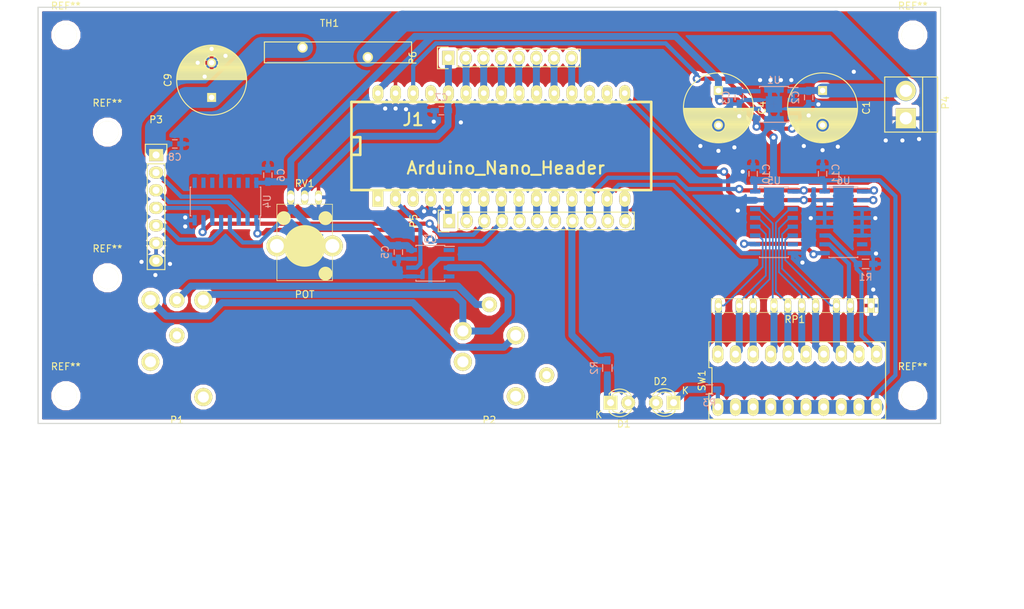
<source format=kicad_pcb>
(kicad_pcb (version 4) (host pcbnew 0.201604212031+6706~44~ubuntu14.04.1-product)
  (layers (0 F.Cu signal) (31 B.Cu signal) (34 B.Paste user) (35 F.Paste user) (36 B.SilkS user) (37 F.SilkS user) (38 B.Mask user) (39 F.Mask user) (44 Edge.Cuts user))
  (net 0 "")
  (net 1 VCC)
  (net 2 GND)
  (net 3 +5V)
  (net 4 "Net-(C7-Pad1)")
  (net 5 "Net-(C8-Pad1)")
  (net 6 "Net-(J1-Pad1)")
  (net 7 "Net-(J1-Pad2)")
  (net 8 "Net-(J1-Pad3)")
  (net 9 "Net-(J1-Pad5)")
  (net 10 "Net-(J1-Pad6)")
  (net 11 "Net-(J1-Pad7)")
  (net 12 "Net-(J1-Pad8)")
  (net 13 "Net-(J1-Pad9)")
  (net 14 "Net-(J1-Pad10)")
  (net 15 "Net-(J1-Pad11)")
  (net 16 "Net-(J1-Pad15)")
  (net 17 "Net-(J1-Pad17)")
  (net 18 "Net-(J1-Pad18)")
  (net 19 "Net-(J1-Pad20)")
  (net 20 "Net-(J1-Pad21)")
  (net 21 "Net-(J1-Pad22)")
  (net 22 "Net-(J1-Pad23)")
  (net 23 "Net-(J1-Pad24)")
  (net 24 "Net-(J1-Pad25)")
  (net 25 "Net-(R1-Pad1)")
  (net 26 "Net-(P1-Pad3)")
  (net 27 "Net-(P1-Pad2)")
  (net 28 "Net-(P3-Pad2)")
  (net 29 "Net-(P3-Pad3)")
  (net 30 "Net-(P3-Pad5)")
  (net 31 "Net-(P3-Pad4)")
  (net 32 "Net-(U4-Pad9)")
  (net 33 "Net-(U4-Pad10)")
  (net 34 "Net-(U4-Pad11)")
  (net 35 "Net-(U4-Pad13)")
  (net 36 "Net-(U4-Pad14)")
  (net 37 "Net-(U4-Pad15)")
  (net 38 /LATCH)
  (net 39 /CLOCK)
  (net 40 "Net-(U5-Pad7)")
  (net 41 /DATA)
  (net 42 "Net-(U5-Pad10)")
  (net 43 "Net-(U6-Pad7)")
  (net 44 "Net-(P1-Pad1)")
  (net 45 "Net-(RP1-Pad2)")
  (net 46 "Net-(RP1-Pad3)")
  (net 47 "Net-(RP1-Pad4)")
  (net 48 "Net-(RP1-Pad5)")
  (net 49 "Net-(RP1-Pad6)")
  (net 50 "Net-(RP1-Pad7)")
  (net 51 "Net-(RP1-Pad8)")
  (net 52 "Net-(RP1-Pad9)")
  (net 53 "Net-(RP1-Pad10)")
  (net 54 "Net-(U1-Pad6)")
  (net 55 "Net-(J1-Pad19)")
  (net 56 "Net-(D1-Pad1)")
  (net 57 "Net-(D2-Pad1)")
  (net 58 /DXM_OK)
  (net 59 /RESET)
  (net 60 "Net-(J1-Pad27)")
  (module Mounting_Holes:MountingHole_3.2mm_M3 (layer F.Cu) (at 90 109)
    (fp_text reference REF** (at 0 -4.2) (layer F.SilkS))
    (fp_text value MountingHole_3.2mm_M3)
    (pad 1 np_thru_hole circle (at 0 0) (size 3.2 3.2) (drill 3.2) (layers *.Cu *.Mask F.SilkS))
  )
  (module Mounting_Holes:MountingHole_3.2mm_M3 (layer F.Cu) (at 90 88)
    (fp_text reference REF** (at 0 -4.2) (layer F.SilkS))
    (fp_text value MountingHole_3.2mm_M3)
    (pad 1 np_thru_hole circle (at 0 0) (size 3.2 3.2) (drill 3.2) (layers *.Cu *.Mask F.SilkS))
  )
  (module MC36201 (layer F.Cu) (at 118.1 75.8)
    (fp_text reference TH1 (at 3.875 -3.5) (layer F.SilkS))
    (fp_text value THERMISTOR)
    (pad 1 thru_hole circle (at 0 0) (size 1.5 1.5) (drill 1) (layers *.Cu *.Mask F.SilkS) (net 5 "Net-(C8-Pad1)"))
    (pad 2 thru_hole circle (at 9.4 1.4) (size 1.5 1.5) (drill 1) (layers *.Cu *.Mask F.SilkS) (net 1 VCC))
  )
  (module Mounting_Holes:MountingHole_3.2mm_M3 (layer F.Cu) (at 84 74)
    (fp_text reference REF** (at 0 -4.2) (layer F.SilkS))
    (fp_text value MountingHole_3.2mm_M3)
    (pad 1 np_thru_hole circle (at 0 0) (size 3.2 3.2) (drill 3.2) (layers *.Cu *.Mask F.SilkS))
  )
  (module Mounting_Holes:MountingHole_3.2mm_M3 (layer F.Cu) (at 206 74)
    (fp_text reference REF** (at 0 -4.2) (layer F.SilkS))
    (fp_text value MountingHole_3.2mm_M3)
    (pad 1 np_thru_hole circle (at 0 0) (size 3.2 3.2) (drill 3.2) (layers *.Cu *.Mask F.SilkS))
  )
  (module Mounting_Holes:MountingHole_3.2mm_M3 (layer F.Cu) (at 206 126)
    (fp_text reference REF** (at 0 -4.2) (layer F.SilkS))
    (fp_text value MountingHole_3.2mm_M3)
    (pad 1 np_thru_hole circle (at 0 0) (size 3.2 3.2) (drill 3.2) (layers *.Cu *.Mask F.SilkS))
  )
  (module NC3MBH (layer F.Cu) (at 100 130 180)
    (fp_text reference P1 (at 0 0.5 180) (layer F.SilkS))
    (fp_text value CONN_01X03)
    (pad "" np_thru_hole circle (at -3.81 3.81 180) (size 2.6 2.6) (drill 1.6) (layers *.Cu *.Mask F.SilkS))
    (pad "" np_thru_hole circle (at 3.81 8.89 180) (size 2.6 2.6) (drill 1.6) (layers *.Cu *.Mask F.SilkS))
    (pad 1 thru_hole circle (at 3.81 17.78 180) (size 2.6 2.6) (drill 1.6) (layers *.Cu *.Mask F.SilkS) (net 44 "Net-(P1-Pad1)"))
    (pad 2 thru_hole circle (at -3.81 17.78 180) (size 2.6 2.6) (drill 1.6) (layers *.Cu *.Mask F.SilkS) (net 27 "Net-(P1-Pad2)"))
    (pad "" thru_hole circle (at 0 12.7 180) (size 2.2 2.2) (drill 1.2) (layers *.Cu *.Mask F.SilkS))
    (pad 3 thru_hole circle (at 0 17.78 180) (size 2.2 2.2) (drill 1.2) (layers *.Cu *.Mask F.SilkS) (net 26 "Net-(P1-Pad3)"))
  )
  (module NC3FBH2 (layer F.Cu) (at 145 130 180)
    (fp_text reference P2 (at 0 0.5 180) (layer F.SilkS))
    (fp_text value CONN_01X03)
    (pad "" np_thru_hole circle (at -3.81 3.91 180) (size 2.6 2.6) (drill 1.6) (layers *.Cu *.Mask F.SilkS))
    (pad "" np_thru_hole circle (at 3.81 8.89 180) (size 2.6 2.6) (drill 1.6) (layers *.Cu *.Mask F.SilkS))
    (pad 1 thru_hole circle (at -3.81 12.7 180) (size 2.6 2.6) (drill 1.6) (layers *.Cu *.Mask F.SilkS) (net 44 "Net-(P1-Pad1)"))
    (pad 2 thru_hole circle (at 3.81 13.33 180) (size 2.6 2.6) (drill 1.6) (layers *.Cu *.Mask F.SilkS) (net 27 "Net-(P1-Pad2)"))
    (pad 3 thru_hole circle (at 0 17.15 180) (size 2.2 2.2) (drill 1.2) (layers *.Cu *.Mask F.SilkS) (net 26 "Net-(P1-Pad3)"))
    (pad "" thru_hole circle (at -8.25 6.98 180) (size 2.2 2.2) (drill 1.2) (layers *.Cu *.Mask F.SilkS))
  )
  (module A6ER-1010 (layer F.Cu) (at 189.35 123.81)
    (fp_text reference SW1 (at -13.73 0 90) (layer F.SilkS))
    (fp_text value DIPS_10)
    (pad 20 thru_hole oval (at -11.43 -3.81) (size 1.6 2.54) (drill 1) (layers *.Cu *.Mask F.SilkS) (net 53 "Net-(RP1-Pad10)"))
    (pad 1 thru_hole oval (at -11.43 3.81) (size 1.6 2.54) (drill 1) (layers *.Cu *.Mask F.SilkS) (net 3 +5V))
    (pad 19 thru_hole oval (at -8.89 -3.81) (size 1.6 2.54) (drill 1) (layers *.Cu *.Mask F.SilkS) (net 52 "Net-(RP1-Pad9)"))
    (pad 2 thru_hole oval (at -8.89 3.81) (size 1.6 2.54) (drill 1) (layers *.Cu *.Mask F.SilkS) (net 3 +5V))
    (pad 18 thru_hole oval (at -6.35 -3.81) (size 1.6 2.54) (drill 1) (layers *.Cu *.Mask F.SilkS) (net 51 "Net-(RP1-Pad8)"))
    (pad 3 thru_hole oval (at -6.35 3.81) (size 1.6 2.54) (drill 1) (layers *.Cu *.Mask F.SilkS) (net 3 +5V))
    (pad 17 thru_hole oval (at -3.81 -3.81) (size 1.6 2.54) (drill 1) (layers *.Cu *.Mask F.SilkS) (net 50 "Net-(RP1-Pad7)"))
    (pad 4 thru_hole oval (at -3.81 3.81) (size 1.6 2.54) (drill 1) (layers *.Cu *.Mask F.SilkS) (net 3 +5V))
    (pad 16 thru_hole oval (at -1.27 -3.81) (size 1.6 2.54) (drill 1) (layers *.Cu *.Mask F.SilkS) (net 49 "Net-(RP1-Pad6)"))
    (pad 5 thru_hole oval (at -1.27 3.81) (size 1.6 2.54) (drill 1) (layers *.Cu *.Mask F.SilkS) (net 3 +5V))
    (pad 15 thru_hole oval (at 1.27 -3.81) (size 1.6 2.54) (drill 1) (layers *.Cu *.Mask F.SilkS) (net 48 "Net-(RP1-Pad5)"))
    (pad 6 thru_hole oval (at 1.27 3.81) (size 1.6 2.54) (drill 1) (layers *.Cu *.Mask F.SilkS) (net 3 +5V))
    (pad 14 thru_hole oval (at 3.81 -3.81) (size 1.6 2.54) (drill 1) (layers *.Cu *.Mask F.SilkS) (net 47 "Net-(RP1-Pad4)"))
    (pad 7 thru_hole oval (at 3.81 3.81) (size 1.6 2.54) (drill 1) (layers *.Cu *.Mask F.SilkS) (net 3 +5V))
    (pad 13 thru_hole oval (at 6.35 -3.81) (size 1.6 2.54) (drill 1) (layers *.Cu *.Mask F.SilkS) (net 46 "Net-(RP1-Pad3)"))
    (pad 8 thru_hole oval (at 6.35 3.81) (size 1.6 2.54) (drill 1) (layers *.Cu *.Mask F.SilkS) (net 3 +5V))
    (pad 12 thru_hole oval (at 8.89 -3.81) (size 1.6 2.54) (drill 1) (layers *.Cu *.Mask F.SilkS) (net 45 "Net-(RP1-Pad2)"))
    (pad 9 thru_hole oval (at 8.89 3.81) (size 1.6 2.54) (drill 1) (layers *.Cu *.Mask F.SilkS) (net 3 +5V))
    (pad 11 thru_hole oval (at 11.43 -3.81) (size 1.6 2.54) (drill 1) (layers *.Cu *.Mask F.SilkS) (net 25 "Net-(R1-Pad1)"))
    (pad 10 thru_hole oval (at 11.43 3.81) (size 1.6 2.54) (drill 1) (layers *.Cu *.Mask F.SilkS) (net 3 +5V))
  )
  (module Capacitors_SMD:C_0603_HandSoldering (layer B.Cu) (at 191 83 270)
    (fp_text reference C2 (at 0 1.9 270) (layer B.SilkS) (effects (justify mirror)))
    (fp_text value 1u)
    (pad 1 smd rect (at -0.95 0 270) (size 1.2 0.75) (layers B.Cu B.Paste B.Mask) (net 1 VCC))
    (pad 2 smd rect (at 0.95 0 270) (size 1.2 0.75) (layers B.Cu B.Paste B.Mask) (net 2 GND))
  )
  (module Capacitors_SMD:C_0603_HandSoldering (layer B.Cu) (at 181 83 270)
    (fp_text reference C3 (at 0 1.9 270) (layer B.SilkS) (effects (justify mirror)))
    (fp_text value 1u)
    (pad 1 smd rect (at -0.95 0 270) (size 1.2 0.75) (layers B.Cu B.Paste B.Mask) (net 3 +5V))
    (pad 2 smd rect (at 0.95 0 270) (size 1.2 0.75) (layers B.Cu B.Paste B.Mask) (net 2 GND))
  )
  (module Capacitors_SMD:C_0603_HandSoldering (layer B.Cu) (at 131.9 105.3 270)
    (fp_text reference C5 (at 0 1.9 270) (layer B.SilkS) (effects (justify mirror)))
    (fp_text value 1u)
    (pad 1 smd rect (at -0.95 0 270) (size 1.2 0.75) (layers B.Cu B.Paste B.Mask) (net 3 +5V))
    (pad 2 smd rect (at 0.95 0 270) (size 1.2 0.75) (layers B.Cu B.Paste B.Mask) (net 2 GND))
  )
  (module Capacitors_SMD:C_0603_HandSoldering (layer B.Cu) (at 113.1 94.2 90)
    (fp_text reference C6 (at 0 1.9 90) (layer B.SilkS) (effects (justify mirror)))
    (fp_text value 1u)
    (pad 1 smd rect (at -0.95 0 90) (size 1.2 0.75) (layers B.Cu B.Paste B.Mask) (net 3 +5V))
    (pad 2 smd rect (at 0.95 0 90) (size 1.2 0.75) (layers B.Cu B.Paste B.Mask) (net 2 GND))
  )
  (module Capacitors_SMD:C_0603_HandSoldering (layer B.Cu) (at 138.1 84.9 180)
    (fp_text reference C7 (at 0 1.9 180) (layer B.SilkS) (effects (justify mirror)))
    (fp_text value 1u)
    (pad 1 smd rect (at -0.95 0 180) (size 1.2 0.75) (layers B.Cu B.Paste B.Mask) (net 4 "Net-(C7-Pad1)"))
    (pad 2 smd rect (at 0.95 0 180) (size 1.2 0.75) (layers B.Cu B.Paste B.Mask) (net 2 GND))
  )
  (module Capacitors_SMD:C_0603_HandSoldering (layer B.Cu) (at 99.7 89.7)
    (fp_text reference C8 (at 0 1.9) (layer B.SilkS) (effects (justify mirror)))
    (fp_text value 1u)
    (pad 1 smd rect (at -0.95 0) (size 1.2 0.75) (layers B.Cu B.Paste B.Mask) (net 5 "Net-(C8-Pad1)"))
    (pad 2 smd rect (at 0.95 0) (size 1.2 0.75) (layers B.Cu B.Paste B.Mask) (net 2 GND))
  )
  (module dip-sw:arduino_mini (layer F.Cu) (at 148 90)
    (fp_text reference J1 (at -13.97 -3.81) (layer F.SilkS) (effects (font (size 1.778 1.778) (thickness 0.3048))))
    (fp_text value Arduino_Nano_Header (at -0.635 3.175) (layer F.SilkS) (effects (font (size 1.778 1.778) (thickness 0.3048))))
    (pad 1 thru_hole rect (at -19.05 7.62) (size 1.5748 2.286) (drill 0.8128) (layers *.Cu *.Mask F.SilkS) (net 6 "Net-(J1-Pad1)"))
    (pad 2 thru_hole oval (at -16.51 7.62) (size 1.5748 2.286) (drill 0.8128) (layers *.Cu *.Mask F.SilkS) (net 7 "Net-(J1-Pad2)"))
    (pad 3 thru_hole oval (at -13.97 7.62) (size 1.5748 2.286) (drill 0.8128) (layers *.Cu *.Mask F.SilkS) (net 8 "Net-(J1-Pad3)"))
    (pad 4 thru_hole oval (at -11.43 7.62) (size 1.5748 2.286) (drill 0.8128) (layers *.Cu *.Mask F.SilkS) (net 2 GND))
    (pad 5 thru_hole oval (at -8.89 7.62) (size 1.5748 2.286) (drill 0.8128) (layers *.Cu *.Mask F.SilkS) (net 9 "Net-(J1-Pad5)"))
    (pad 6 thru_hole oval (at -6.35 7.62) (size 1.5748 2.286) (drill 0.8128) (layers *.Cu *.Mask F.SilkS) (net 10 "Net-(J1-Pad6)"))
    (pad 7 thru_hole oval (at -3.81 7.62) (size 1.5748 2.286) (drill 0.8128) (layers *.Cu *.Mask F.SilkS) (net 11 "Net-(J1-Pad7)"))
    (pad 8 thru_hole oval (at -1.27 7.62) (size 1.5748 2.286) (drill 0.8128) (layers *.Cu *.Mask F.SilkS) (net 12 "Net-(J1-Pad8)"))
    (pad 9 thru_hole oval (at 1.27 7.62) (size 1.5748 2.286) (drill 0.8128) (layers *.Cu *.Mask F.SilkS) (net 13 "Net-(J1-Pad9)"))
    (pad 10 thru_hole oval (at 3.81 7.62) (size 1.5748 2.286) (drill 0.8128) (layers *.Cu *.Mask F.SilkS) (net 14 "Net-(J1-Pad10)"))
    (pad 11 thru_hole oval (at 6.35 7.62) (size 1.5748 2.286) (drill 0.8128) (layers *.Cu *.Mask F.SilkS) (net 15 "Net-(J1-Pad11)"))
    (pad 12 thru_hole oval (at 8.89 7.62) (size 1.5748 2.286) (drill 0.8128) (layers *.Cu *.Mask F.SilkS) (net 58 /DXM_OK))
    (pad 13 thru_hole oval (at 11.43 7.62) (size 1.5748 2.286) (drill 0.8128) (layers *.Cu *.Mask F.SilkS) (net 38 /LATCH))
    (pad 14 thru_hole oval (at 13.97 7.62) (size 1.5748 2.286) (drill 0.8128) (layers *.Cu *.Mask F.SilkS) (net 41 /DATA))
    (pad 15 thru_hole oval (at 16.51 7.62) (size 1.5748 2.286) (drill 0.8128) (layers *.Cu *.Mask F.SilkS) (net 16 "Net-(J1-Pad15)"))
    (pad 16 thru_hole oval (at 16.51 -7.62) (size 1.5748 2.286) (drill 0.8128) (layers *.Cu *.Mask F.SilkS) (net 39 /CLOCK))
    (pad 17 thru_hole oval (at 13.97 -7.62) (size 1.5748 2.286) (drill 0.8128) (layers *.Cu *.Mask F.SilkS) (net 17 "Net-(J1-Pad17)"))
    (pad 18 thru_hole oval (at 11.43 -7.62) (size 1.5748 2.286) (drill 0.8128) (layers *.Cu *.Mask F.SilkS) (net 18 "Net-(J1-Pad18)"))
    (pad 19 thru_hole oval (at 8.89 -7.62) (size 1.5748 2.286) (drill 0.8128) (layers *.Cu *.Mask F.SilkS) (net 55 "Net-(J1-Pad19)"))
    (pad 20 thru_hole oval (at 6.35 -7.62) (size 1.5748 2.286) (drill 0.8128) (layers *.Cu *.Mask F.SilkS) (net 19 "Net-(J1-Pad20)"))
    (pad 21 thru_hole oval (at 3.81 -7.62) (size 1.5748 2.286) (drill 0.8128) (layers *.Cu *.Mask F.SilkS) (net 20 "Net-(J1-Pad21)"))
    (pad 22 thru_hole oval (at 1.27 -7.62) (size 1.5748 2.286) (drill 0.8128) (layers *.Cu *.Mask F.SilkS) (net 21 "Net-(J1-Pad22)"))
    (pad 23 thru_hole oval (at -1.27 -7.62) (size 1.5748 2.286) (drill 0.8128) (layers *.Cu *.Mask F.SilkS) (net 22 "Net-(J1-Pad23)"))
    (pad 24 thru_hole oval (at -3.81 -7.62) (size 1.5748 2.286) (drill 0.8128) (layers *.Cu *.Mask F.SilkS) (net 23 "Net-(J1-Pad24)"))
    (pad 25 thru_hole oval (at -6.35 -7.62) (size 1.5748 2.286) (drill 0.8128) (layers *.Cu *.Mask F.SilkS) (net 24 "Net-(J1-Pad25)"))
    (pad 26 thru_hole oval (at -8.89 -7.62) (size 1.5748 2.286) (drill 0.8128) (layers *.Cu *.Mask F.SilkS) (net 4 "Net-(C7-Pad1)"))
    (pad 27 thru_hole oval (at -11.43 -7.62) (size 1.5748 2.286) (drill 0.8128) (layers *.Cu *.Mask F.SilkS) (net 60 "Net-(J1-Pad27)"))
    (pad 28 thru_hole oval (at -13.97 -7.62) (size 1.5748 2.286) (drill 0.8128) (layers *.Cu *.Mask F.SilkS) (net 59 /RESET))
    (pad 29 thru_hole oval (at -16.51 -7.62) (size 1.5748 2.286) (drill 0.8128) (layers *.Cu *.Mask F.SilkS) (net 2 GND))
    (pad 30 thru_hole oval (at -19.05 -7.62) (size 1.5748 2.286) (drill 0.8128) (layers *.Cu *.Mask F.SilkS) (net 3 +5V))
  )
  (module Resistors_SMD:R_0603_HandSoldering (layer B.Cu) (at 199.2 107)
    (fp_text reference R1 (at 0 1.9) (layer B.SilkS) (effects (justify mirror)))
    (fp_text value R)
    (pad 1 smd rect (at -1.1 0) (size 1.2 0.9) (layers B.Cu B.Paste B.Mask) (net 25 "Net-(R1-Pad1)"))
    (pad 2 smd rect (at 1.1 0) (size 1.2 0.9) (layers B.Cu B.Paste B.Mask) (net 2 GND))
  )
  (module Housings_SOIC:SOIC-8_3.9x4.9mm_Pitch1.27mm (layer B.Cu) (at 136.5 106.9 180)
    (fp_text reference U3 (at 0 3.5 180) (layer B.SilkS) (effects (justify mirror)))
    (fp_text value IL610)
    (pad 1 smd rect (at -2.7 1.905 180) (size 1.55 0.6) (layers B.Cu B.Paste B.Mask))
    (pad 2 smd rect (at -2.7 0.635 180) (size 1.55 0.6) (layers B.Cu B.Paste B.Mask) (net 26 "Net-(P1-Pad3)"))
    (pad 3 smd rect (at -2.7 -0.635 180) (size 1.55 0.6) (layers B.Cu B.Paste B.Mask) (net 27 "Net-(P1-Pad2)"))
    (pad 4 smd rect (at -2.7 -1.905 180) (size 1.55 0.6) (layers B.Cu B.Paste B.Mask))
    (pad 5 smd rect (at 2.7 -1.905 180) (size 1.55 0.6) (layers B.Cu B.Paste B.Mask) (net 2 GND))
    (pad 6 smd rect (at 2.7 -0.635 180) (size 1.55 0.6) (layers B.Cu B.Paste B.Mask) (net 7 "Net-(J1-Pad2)"))
    (pad 7 smd rect (at 2.7 0.635 180) (size 1.55 0.6) (layers B.Cu B.Paste B.Mask) (net 2 GND))
    (pad 8 smd rect (at 2.7 1.905 180) (size 1.55 0.6) (layers B.Cu B.Paste B.Mask) (net 3 +5V))
  )
  (module Housings_SOIC:SOIC-16_3.9x9.9mm_Pitch1.27mm (layer B.Cu) (at 107 98 90)
    (fp_text reference U4 (at 0 6 90) (layer B.SilkS) (effects (justify mirror)))
    (fp_text value MAX3040)
    (pad 1 smd rect (at -2.7 4.445 90) (size 1.5 0.6) (layers B.Cu B.Paste B.Mask) (net 12 "Net-(J1-Pad8)"))
    (pad 2 smd rect (at -2.7 3.175 90) (size 1.5 0.6) (layers B.Cu B.Paste B.Mask) (net 28 "Net-(P3-Pad2)"))
    (pad 3 smd rect (at -2.7 1.905 90) (size 1.5 0.6) (layers B.Cu B.Paste B.Mask) (net 29 "Net-(P3-Pad3)"))
    (pad 4 smd rect (at -2.7 0.635 90) (size 1.5 0.6) (layers B.Cu B.Paste B.Mask) (net 3 +5V))
    (pad 5 smd rect (at -2.7 -0.635 90) (size 1.5 0.6) (layers B.Cu B.Paste B.Mask) (net 30 "Net-(P3-Pad5)"))
    (pad 6 smd rect (at -2.7 -1.905 90) (size 1.5 0.6) (layers B.Cu B.Paste B.Mask) (net 31 "Net-(P3-Pad4)"))
    (pad 7 smd rect (at -2.7 -3.175 90) (size 1.5 0.6) (layers B.Cu B.Paste B.Mask) (net 11 "Net-(J1-Pad7)"))
    (pad 8 smd rect (at -2.7 -4.445 90) (size 1.5 0.6) (layers B.Cu B.Paste B.Mask) (net 2 GND))
    (pad 9 smd rect (at 2.7 -4.445 90) (size 1.5 0.6) (layers B.Cu B.Paste B.Mask) (net 32 "Net-(U4-Pad9)"))
    (pad 10 smd rect (at 2.7 -3.175 90) (size 1.5 0.6) (layers B.Cu B.Paste B.Mask) (net 33 "Net-(U4-Pad10)"))
    (pad 11 smd rect (at 2.7 -1.905 90) (size 1.5 0.6) (layers B.Cu B.Paste B.Mask) (net 34 "Net-(U4-Pad11)"))
    (pad 12 smd rect (at 2.7 -0.635 90) (size 1.5 0.6) (layers B.Cu B.Paste B.Mask) (net 2 GND))
    (pad 13 smd rect (at 2.7 0.635 90) (size 1.5 0.6) (layers B.Cu B.Paste B.Mask) (net 35 "Net-(U4-Pad13)"))
    (pad 14 smd rect (at 2.7 1.905 90) (size 1.5 0.6) (layers B.Cu B.Paste B.Mask) (net 36 "Net-(U4-Pad14)"))
    (pad 15 smd rect (at 2.7 3.175 90) (size 1.5 0.6) (layers B.Cu B.Paste B.Mask) (net 37 "Net-(U4-Pad15)"))
    (pad 16 smd rect (at 2.7 4.445 90) (size 1.5 0.6) (layers B.Cu B.Paste B.Mask) (net 3 +5V))
  )
  (module Housings_SOIC:SOIC-16_3.9x9.9mm_Pitch1.27mm (layer B.Cu) (at 186 101 180)
    (fp_text reference U5 (at 0 6 180) (layer B.SilkS) (effects (justify mirror)))
    (fp_text value 74LS165)
    (pad 1 smd rect (at -2.7 4.445 180) (size 1.5 0.6) (layers B.Cu B.Paste B.Mask) (net 38 /LATCH))
    (pad 2 smd rect (at -2.7 3.175 180) (size 1.5 0.6) (layers B.Cu B.Paste B.Mask) (net 39 /CLOCK))
    (pad 3 smd rect (at -2.7 1.905 180) (size 1.5 0.6) (layers B.Cu B.Paste B.Mask) (net 49 "Net-(RP1-Pad6)"))
    (pad 4 smd rect (at -2.7 0.635 180) (size 1.5 0.6) (layers B.Cu B.Paste B.Mask) (net 48 "Net-(RP1-Pad5)"))
    (pad 5 smd rect (at -2.7 -0.635 180) (size 1.5 0.6) (layers B.Cu B.Paste B.Mask) (net 47 "Net-(RP1-Pad4)"))
    (pad 6 smd rect (at -2.7 -1.905 180) (size 1.5 0.6) (layers B.Cu B.Paste B.Mask) (net 46 "Net-(RP1-Pad3)"))
    (pad 7 smd rect (at -2.7 -3.175 180) (size 1.5 0.6) (layers B.Cu B.Paste B.Mask) (net 40 "Net-(U5-Pad7)"))
    (pad 8 smd rect (at -2.7 -4.445 180) (size 1.5 0.6) (layers B.Cu B.Paste B.Mask) (net 2 GND))
    (pad 9 smd rect (at 2.7 -4.445 180) (size 1.5 0.6) (layers B.Cu B.Paste B.Mask) (net 41 /DATA))
    (pad 10 smd rect (at 2.7 -3.175 180) (size 1.5 0.6) (layers B.Cu B.Paste B.Mask) (net 42 "Net-(U5-Pad10)"))
    (pad 11 smd rect (at 2.7 -1.905 180) (size 1.5 0.6) (layers B.Cu B.Paste B.Mask) (net 53 "Net-(RP1-Pad10)"))
    (pad 12 smd rect (at 2.7 -0.635 180) (size 1.5 0.6) (layers B.Cu B.Paste B.Mask) (net 52 "Net-(RP1-Pad9)"))
    (pad 13 smd rect (at 2.7 0.635 180) (size 1.5 0.6) (layers B.Cu B.Paste B.Mask) (net 51 "Net-(RP1-Pad8)"))
    (pad 14 smd rect (at 2.7 1.905 180) (size 1.5 0.6) (layers B.Cu B.Paste B.Mask) (net 50 "Net-(RP1-Pad7)"))
    (pad 15 smd rect (at 2.7 3.175 180) (size 1.5 0.6) (layers B.Cu B.Paste B.Mask) (net 2 GND))
    (pad 16 smd rect (at 2.7 4.445 180) (size 1.5 0.6) (layers B.Cu B.Paste B.Mask) (net 3 +5V))
  )
  (module Housings_SOIC:SOIC-16_3.9x9.9mm_Pitch1.27mm (layer B.Cu) (at 196 101 180)
    (fp_text reference U6 (at 0 6 180) (layer B.SilkS) (effects (justify mirror)))
    (fp_text value 74LS165)
    (pad 1 smd rect (at -2.7 4.445 180) (size 1.5 0.6) (layers B.Cu B.Paste B.Mask) (net 38 /LATCH))
    (pad 2 smd rect (at -2.7 3.175 180) (size 1.5 0.6) (layers B.Cu B.Paste B.Mask) (net 39 /CLOCK))
    (pad 3 smd rect (at -2.7 1.905 180) (size 1.5 0.6) (layers B.Cu B.Paste B.Mask) (net 2 GND))
    (pad 4 smd rect (at -2.7 0.635 180) (size 1.5 0.6) (layers B.Cu B.Paste B.Mask) (net 2 GND))
    (pad 5 smd rect (at -2.7 -0.635 180) (size 1.5 0.6) (layers B.Cu B.Paste B.Mask) (net 2 GND))
    (pad 6 smd rect (at -2.7 -1.905 180) (size 1.5 0.6) (layers B.Cu B.Paste B.Mask) (net 2 GND))
    (pad 7 smd rect (at -2.7 -3.175 180) (size 1.5 0.6) (layers B.Cu B.Paste B.Mask) (net 43 "Net-(U6-Pad7)"))
    (pad 8 smd rect (at -2.7 -4.445 180) (size 1.5 0.6) (layers B.Cu B.Paste B.Mask) (net 2 GND))
    (pad 9 smd rect (at 2.7 -4.445 180) (size 1.5 0.6) (layers B.Cu B.Paste B.Mask) (net 42 "Net-(U5-Pad10)"))
    (pad 10 smd rect (at 2.7 -3.175 180) (size 1.5 0.6) (layers B.Cu B.Paste B.Mask) (net 45 "Net-(RP1-Pad2)"))
    (pad 11 smd rect (at 2.7 -1.905 180) (size 1.5 0.6) (layers B.Cu B.Paste B.Mask) (net 25 "Net-(R1-Pad1)"))
    (pad 12 smd rect (at 2.7 -0.635 180) (size 1.5 0.6) (layers B.Cu B.Paste B.Mask) (net 2 GND))
    (pad 13 smd rect (at 2.7 0.635 180) (size 1.5 0.6) (layers B.Cu B.Paste B.Mask) (net 2 GND))
    (pad 14 smd rect (at 2.7 1.905 180) (size 1.5 0.6) (layers B.Cu B.Paste B.Mask) (net 2 GND))
    (pad 15 smd rect (at 2.7 3.175 180) (size 1.5 0.6) (layers B.Cu B.Paste B.Mask) (net 2 GND))
    (pad 16 smd rect (at 2.7 4.445 180) (size 1.5 0.6) (layers B.Cu B.Paste B.Mask) (net 3 +5V))
  )
  (module w_pth_resistors:r-sil_10 (layer F.Cu) (at 189 113 180)
    (fp_text reference RP1 (at 0 -2 180) (layer F.SilkS))
    (fp_text value R_PACK9_COMM hide)
    (pad 1 thru_hole rect (at -11 0 180) (size 1 2) (drill 0.762) (layers *.Cu *.Mask F.SilkS) (net 2 GND))
    (pad 2 thru_hole oval (at -8 0 180) (size 1 2) (drill 0.762) (layers *.Cu *.Mask F.SilkS) (net 45 "Net-(RP1-Pad2)"))
    (pad 3 thru_hole oval (at -6 0 180) (size 1 2) (drill 0.762) (layers *.Cu *.Mask F.SilkS) (net 46 "Net-(RP1-Pad3)"))
    (pad 4 thru_hole oval (at -3 0 180) (size 1 2) (drill 0.762) (layers *.Cu *.Mask F.SilkS) (net 47 "Net-(RP1-Pad4)"))
    (pad 5 thru_hole oval (at -1 0 180) (size 1 2) (drill 0.762) (layers *.Cu *.Mask F.SilkS) (net 48 "Net-(RP1-Pad5)"))
    (pad 6 thru_hole oval (at 1 0 180) (size 1 2) (drill 0.762) (layers *.Cu *.Mask F.SilkS) (net 49 "Net-(RP1-Pad6)"))
    (pad 7 thru_hole oval (at 3 0 180) (size 1 2) (drill 0.762) (layers *.Cu *.Mask F.SilkS) (net 50 "Net-(RP1-Pad7)"))
    (pad 8 thru_hole oval (at 6 0 180) (size 1 2) (drill 0.762) (layers *.Cu *.Mask F.SilkS) (net 51 "Net-(RP1-Pad8)"))
    (pad 9 thru_hole oval (at 8 0 180) (size 1 2) (drill 0.762) (layers *.Cu *.Mask F.SilkS) (net 52 "Net-(RP1-Pad9)"))
    (pad 10 thru_hole oval (at 11 0 180) (size 1 2) (drill 0.762) (layers *.Cu *.Mask F.SilkS) (net 53 "Net-(RP1-Pad10)"))
  )
  (module Capacitors_ThroughHole:C_Radial_D10_L20_P5 (layer F.Cu) (at 193 82 270)
    (fp_text reference C1 (at 2.5 -6.3 270) (layer F.SilkS))
    (fp_text value CP1)
    (pad 1 thru_hole rect (at 0 0 270) (size 1.3 1.3) (drill 0.8) (layers *.Cu *.Mask F.SilkS) (net 1 VCC))
    (pad 2 thru_hole circle (at 5 0 270) (size 1.3 1.3) (drill 0.8) (layers *.Cu *.Mask F.SilkS) (net 2 GND))
  )
  (module Capacitors_ThroughHole:C_Radial_D10_L20_P5 (layer F.Cu) (at 178 82 270)
    (fp_text reference C4 (at 2.5 -6.3 270) (layer F.SilkS))
    (fp_text value CP1)
    (pad 1 thru_hole rect (at 0 0 270) (size 1.3 1.3) (drill 0.8) (layers *.Cu *.Mask F.SilkS) (net 3 +5V))
    (pad 2 thru_hole circle (at 5 0 270) (size 1.3 1.3) (drill 0.8) (layers *.Cu *.Mask F.SilkS) (net 2 GND))
  )
  (module Capacitors_ThroughHole:C_Radial_D10_L20_P5 (layer F.Cu) (at 105 83 90)
    (fp_text reference C9 (at 2.5 -6.3 90) (layer F.SilkS))
    (fp_text value CP1)
    (pad 1 thru_hole rect (at 0 0 90) (size 1.3 1.3) (drill 0.8) (layers *.Cu *.Mask F.SilkS) (net 5 "Net-(C8-Pad1)"))
    (pad 2 thru_hole circle (at 5 0 90) (size 1.3 1.3) (drill 0.8) (layers *.Cu *.Mask F.SilkS) (net 2 GND))
  )
  (module Capacitors_SMD:C_0603_HandSoldering (layer B.Cu) (at 183 94 90)
    (fp_text reference C10 (at 0 1.9 90) (layer B.SilkS) (effects (justify mirror)))
    (fp_text value 1u)
    (pad 1 smd rect (at -0.95 0 90) (size 1.2 0.75) (layers B.Cu B.Paste B.Mask) (net 3 +5V))
    (pad 2 smd rect (at 0.95 0 90) (size 1.2 0.75) (layers B.Cu B.Paste B.Mask) (net 2 GND))
  )
  (module Capacitors_SMD:C_0603_HandSoldering (layer B.Cu) (at 193 94 90)
    (fp_text reference C11 (at 0 1.9 90) (layer B.SilkS) (effects (justify mirror)))
    (fp_text value 1u)
    (pad 1 smd rect (at -0.95 0 90) (size 1.2 0.75) (layers B.Cu B.Paste B.Mask) (net 3 +5V))
    (pad 2 smd rect (at 0.95 0 90) (size 1.2 0.75) (layers B.Cu B.Paste B.Mask) (net 2 GND))
  )
  (module Pin_Headers:Pin_Header_Straight_1x07 (layer F.Cu) (at 97 91.3)
    (fp_text reference P3 (at 0 -5.1) (layer F.SilkS))
    (fp_text value CONN_01X07)
    (pad 1 thru_hole rect (at 0 0) (size 2.032 1.7272) (drill 1.016) (layers *.Cu *.Mask F.SilkS) (net 5 "Net-(C8-Pad1)"))
    (pad 2 thru_hole oval (at 0 2.54) (size 2.032 1.7272) (drill 1.016) (layers *.Cu *.Mask F.SilkS) (net 28 "Net-(P3-Pad2)"))
    (pad 3 thru_hole oval (at 0 5.08) (size 2.032 1.7272) (drill 1.016) (layers *.Cu *.Mask F.SilkS) (net 29 "Net-(P3-Pad3)"))
    (pad 4 thru_hole oval (at 0 7.62) (size 2.032 1.7272) (drill 1.016) (layers *.Cu *.Mask F.SilkS) (net 31 "Net-(P3-Pad4)"))
    (pad 5 thru_hole oval (at 0 10.16) (size 2.032 1.7272) (drill 1.016) (layers *.Cu *.Mask F.SilkS) (net 30 "Net-(P3-Pad5)"))
    (pad 6 thru_hole oval (at 0 12.7) (size 2.032 1.7272) (drill 1.016) (layers *.Cu *.Mask F.SilkS) (net 2 GND))
    (pad 7 thru_hole oval (at 0 15.24) (size 2.032 1.7272) (drill 1.016) (layers *.Cu *.Mask F.SilkS) (net 2 GND))
  )
  (module Housings_SOIC:SOIC-8-1EP_3.9x4.9mm_Pitch1.27mm (layer B.Cu) (at 186 84 180)
    (fp_text reference U1 (at 0 3.5 180) (layer B.SilkS) (effects (justify mirror)))
    (fp_text value MAX5024)
    (pad 1 smd rect (at -2.7 1.905 180) (size 1.55 0.6) (layers B.Cu B.Paste B.Mask) (net 1 VCC))
    (pad 2 smd rect (at -2.7 0.635 180) (size 1.55 0.6) (layers B.Cu B.Paste B.Mask) (net 1 VCC))
    (pad 3 smd rect (at -2.7 -0.635 180) (size 1.55 0.6) (layers B.Cu B.Paste B.Mask) (net 2 GND))
    (pad 4 smd rect (at -2.7 -1.905 180) (size 1.55 0.6) (layers B.Cu B.Paste B.Mask) (net 59 /RESET))
    (pad 5 smd rect (at 2.7 -1.905 180) (size 1.55 0.6) (layers B.Cu B.Paste B.Mask) (net 3 +5V))
    (pad 6 smd rect (at 2.7 -0.635 180) (size 1.55 0.6) (layers B.Cu B.Paste B.Mask) (net 54 "Net-(U1-Pad6)"))
    (pad 7 smd rect (at 2.7 0.635 180) (size 1.55 0.6) (layers B.Cu B.Paste B.Mask) (net 2 GND))
    (pad 8 smd rect (at 2.7 1.905 180) (size 1.55 0.6) (layers B.Cu B.Paste B.Mask) (net 3 +5V))
    (pad 9 smd rect (at 0.5875 -0.5875 180) (size 1.175 1.175) (layers B.Cu B.Paste B.Mask) (net 2 GND))
    (pad 9 smd rect (at 0.5875 0.5875 180) (size 1.175 1.175) (layers B.Cu B.Paste B.Mask) (net 2 GND))
    (pad 9 smd rect (at -0.5875 -0.5875 180) (size 1.175 1.175) (layers B.Cu B.Paste B.Mask) (net 2 GND))
    (pad 9 smd rect (at -0.5875 0.5875 180) (size 1.175 1.175) (layers B.Cu B.Paste B.Mask) (net 2 GND))
  )
  (module Pin_Headers:Pin_Header_Straight_1x02_Pitch3.96mm_Friction_Lock (layer F.Cu) (at 205 86 90)
    (fp_text reference P4 (at 2.25 5.7 90) (layer F.SilkS))
    (fp_text value CONN_01X02)
    (pad 1 thru_hole rect (at 0 0 90) (size 2.9 2.9) (drill 1.78) (layers *.Cu *.Mask F.SilkS) (net 2 GND))
    (pad 2 thru_hole circle (at 3.96 0 90) (size 2.9 2.9) (drill 1.78) (layers *.Cu *.Mask F.SilkS) (net 1 VCC))
  )
  (module Mounting_Holes:MountingHole_3.2mm_M3 (layer F.Cu) (at 84 126)
    (fp_text reference REF** (at 0 -4.2) (layer F.SilkS))
    (fp_text value MountingHole_3.2mm_M3)
    (pad 1 np_thru_hole circle (at 0 0) (size 3.2 3.2) (drill 3.2) (layers *.Cu *.Mask F.SilkS))
  )
  (module w_pth_resistors:trimmer_alps-rk09k1130ah1 (layer F.Cu) (at 118.4 104.4 180)
    (fp_text reference RV1 (at 0 9 180) (layer F.SilkS))
    (fp_text value POT (at 0 -7 180) (layer F.SilkS))
    (pad 1 thru_hole oval (at -2 7 180) (size 1 2) (drill 1) (layers *.Cu *.Mask F.SilkS) (net 2 GND))
    (pad 2 thru_hole oval (at 0 7 180) (size 1 2) (drill 1) (layers *.Cu *.Mask F.SilkS) (net 4 "Net-(C7-Pad1)"))
    (pad 3 thru_hole oval (at 2 7 180) (size 1 2) (drill 1) (layers *.Cu *.Mask F.SilkS) (net 3 +5V))
    (pad "" thru_hole circle (at -4 0 180) (size 3 3) (drill 2) (layers *.Cu *.Mask F.SilkS))
    (pad "" thru_hole circle (at 4 0 180) (size 3 3) (drill 2) (layers *.Cu *.Mask F.SilkS))
  )
  (module LEDs:LED-3MM (layer F.Cu) (at 162.46 127)
    (fp_text reference D1 (at 1.91 3.06) (layer F.SilkS))
    (fp_text value LED)
    (fp_text user K (at -1.69 1.74) (layer F.SilkS))
    (pad 1 thru_hole rect (at 0 0 90) (size 2 2) (drill 1.00076) (layers *.Cu *.Mask F.SilkS) (net 56 "Net-(D1-Pad1)"))
    (pad 2 thru_hole circle (at 2.54 0) (size 2 2) (drill 1.00076) (layers *.Cu *.Mask F.SilkS) (net 2 GND))
  )
  (module LEDs:LED-3MM (layer F.Cu) (at 171.54 127 180)
    (fp_text reference D2 (at 1.91 3.06 180) (layer F.SilkS))
    (fp_text value LED)
    (fp_text user K (at -1.69 1.74 180) (layer F.SilkS))
    (pad 1 thru_hole rect (at 0 0 270) (size 2 2) (drill 1.00076) (layers *.Cu *.Mask F.SilkS) (net 57 "Net-(D2-Pad1)"))
    (pad 2 thru_hole circle (at 2.54 0 180) (size 2 2) (drill 1.00076) (layers *.Cu *.Mask F.SilkS) (net 2 GND))
  )
  (module Resistors_SMD:R_0603_HandSoldering (layer B.Cu) (at 162 122 270)
    (fp_text reference R2 (at 0 1.9 270) (layer B.SilkS) (effects (justify mirror)))
    (fp_text value 330)
    (pad 1 smd rect (at -1.1 0 270) (size 1.2 0.9) (layers B.Cu B.Paste B.Mask) (net 58 /DXM_OK))
    (pad 2 smd rect (at 1.1 0 270) (size 1.2 0.9) (layers B.Cu B.Paste B.Mask) (net 56 "Net-(D1-Pad1)"))
  )
  (module Resistors_SMD:R_0603_HandSoldering (layer B.Cu) (at 176.7 125.1)
    (fp_text reference R3 (at 0 1.9) (layer B.SilkS) (effects (justify mirror)))
    (fp_text value 330)
    (pad 1 smd rect (at -1.1 0) (size 1.2 0.9) (layers B.Cu B.Paste B.Mask) (net 57 "Net-(D2-Pad1)"))
    (pad 2 smd rect (at 1.1 0) (size 1.2 0.9) (layers B.Cu B.Paste B.Mask) (net 3 +5V))
  )
  (module Pin_Headers:Pin_Header_Straight_1x11 (layer F.Cu) (at 139.2 100.8 90)
    (fp_text reference P5 (at 0 -5.1 90) (layer F.SilkS))
    (fp_text value CONN_01X11)
    (pad 1 thru_hole rect (at 0 0 90) (size 2.032 1.7272) (drill 1.016) (layers *.Cu *.Mask F.SilkS) (net 9 "Net-(J1-Pad5)"))
    (pad 2 thru_hole oval (at 0 2.54 90) (size 2.032 1.7272) (drill 1.016) (layers *.Cu *.Mask F.SilkS) (net 10 "Net-(J1-Pad6)"))
    (pad 3 thru_hole oval (at 0 5.08 90) (size 2.032 1.7272) (drill 1.016) (layers *.Cu *.Mask F.SilkS) (net 11 "Net-(J1-Pad7)"))
    (pad 4 thru_hole oval (at 0 7.62 90) (size 2.032 1.7272) (drill 1.016) (layers *.Cu *.Mask F.SilkS) (net 12 "Net-(J1-Pad8)"))
    (pad 5 thru_hole oval (at 0 10.16 90) (size 2.032 1.7272) (drill 1.016) (layers *.Cu *.Mask F.SilkS) (net 13 "Net-(J1-Pad9)"))
    (pad 6 thru_hole oval (at 0 12.7 90) (size 2.032 1.7272) (drill 1.016) (layers *.Cu *.Mask F.SilkS) (net 14 "Net-(J1-Pad10)"))
    (pad 7 thru_hole oval (at 0 15.24 90) (size 2.032 1.7272) (drill 1.016) (layers *.Cu *.Mask F.SilkS) (net 15 "Net-(J1-Pad11)"))
    (pad 8 thru_hole oval (at 0 17.78 90) (size 2.032 1.7272) (drill 1.016) (layers *.Cu *.Mask F.SilkS) (net 58 /DXM_OK))
    (pad 9 thru_hole oval (at 0 20.32 90) (size 2.032 1.7272) (drill 1.016) (layers *.Cu *.Mask F.SilkS) (net 38 /LATCH))
    (pad 10 thru_hole oval (at 0 22.86 90) (size 2.032 1.7272) (drill 1.016) (layers *.Cu *.Mask F.SilkS) (net 41 /DATA))
    (pad 11 thru_hole oval (at 0 25.4 90) (size 2.032 1.7272) (drill 1.016) (layers *.Cu *.Mask F.SilkS) (net 16 "Net-(J1-Pad15)"))
  )
  (module Pin_Headers:Pin_Header_Straight_1x08 (layer F.Cu) (at 139.08 77.3 90)
    (fp_text reference P6 (at 0 -5.1 90) (layer F.SilkS))
    (fp_text value CONN_01X08)
    (pad 1 thru_hole rect (at 0 0 90) (size 2.032 1.7272) (drill 1.016) (layers *.Cu *.Mask F.SilkS) (net 4 "Net-(C7-Pad1)"))
    (pad 2 thru_hole oval (at 0 2.54 90) (size 2.032 1.7272) (drill 1.016) (layers *.Cu *.Mask F.SilkS) (net 24 "Net-(J1-Pad25)"))
    (pad 3 thru_hole oval (at 0 5.08 90) (size 2.032 1.7272) (drill 1.016) (layers *.Cu *.Mask F.SilkS) (net 23 "Net-(J1-Pad24)"))
    (pad 4 thru_hole oval (at 0 7.62 90) (size 2.032 1.7272) (drill 1.016) (layers *.Cu *.Mask F.SilkS) (net 22 "Net-(J1-Pad23)"))
    (pad 5 thru_hole oval (at 0 10.16 90) (size 2.032 1.7272) (drill 1.016) (layers *.Cu *.Mask F.SilkS) (net 21 "Net-(J1-Pad22)"))
    (pad 6 thru_hole oval (at 0 12.7 90) (size 2.032 1.7272) (drill 1.016) (layers *.Cu *.Mask F.SilkS) (net 20 "Net-(J1-Pad21)"))
    (pad 7 thru_hole oval (at 0 15.24 90) (size 2.032 1.7272) (drill 1.016) (layers *.Cu *.Mask F.SilkS) (net 19 "Net-(J1-Pad20)"))
    (pad 8 thru_hole oval (at 0 17.78 90) (size 2.032 1.7272) (drill 1.016) (layers *.Cu *.Mask F.SilkS) (net 55 "Net-(J1-Pad19)"))
  )
  (gr_line (start 80 110) (end 80 70) (layer Edge.Cuts) (width 0.15))
  (gr_line (start 80 110) (end 80 130) (layer Edge.Cuts) (width 0.15))
  (gr_line (start 80 70) (end 210 70) (layer Edge.Cuts) (width 0.15))
  (gr_line (start 210 130) (end 210 70) (layer Edge.Cuts) (width 0.15))
  (gr_line (start 210 130) (end 80 130) (layer Edge.Cuts) (width 0.15))
  (segment (start 205 82.04) (end 194.959978 71.999978) (width 3) (layer B.Cu) (net 1))
  (segment (start 194.959978 71.999978) (end 132.500022 71.999978) (width 3) (layer B.Cu) (net 1))
  (segment (start 132.500022 71.999978) (end 127.4 77.1) (width 3) (layer B.Cu) (net 1))
  (segment (start 188.7 83.365) (end 188.7 82.095) (width 0.6) (layer B.Cu) (net 1))
  (segment (start 191 82.05) (end 188.745 82.05) (width 1) (layer B.Cu) (net 1))
  (segment (start 188.745 82.05) (end 188.7 82.095) (width 1) (layer B.Cu) (net 1))
  (segment (start 193 82) (end 191.05 82) (width 1) (layer B.Cu) (net 1))
  (segment (start 191.05 82) (end 191 82.05) (width 1) (layer B.Cu) (net 1))
  (segment (start 193 82) (end 204.96 82) (width 2) (layer B.Cu) (net 1))
  (segment (start 204.96 82) (end 205 82.04) (width 2) (layer B.Cu) (net 1))
  (segment (start 187 80.5) (end 188.5 80.5) (width 0.6) (layer F.Cu) (net 2))
  (via (at 188.5 80.5) (size 1.2) (drill 0.6) (layers F.Cu B.Cu) (net 2))
  (segment (start 185.5 80.5) (end 187 80.5) (width 0.6) (layer B.Cu) (net 2))
  (via (at 187 80.5) (size 1.2) (drill 0.6) (layers F.Cu B.Cu) (net 2))
  (segment (start 184 80.5) (end 185.5 80.5) (width 0.6) (layer F.Cu) (net 2))
  (via (at 185.5 80.5) (size 1.2) (drill 0.6) (layers F.Cu B.Cu) (net 2))
  (segment (start 185.4125 83.4125) (end 185.4125 81.9125) (width 0.6) (layer B.Cu) (net 2))
  (segment (start 185.4125 81.9125) (end 184 80.5) (width 0.6) (layer B.Cu) (net 2))
  (via (at 184 80.5) (size 1.2) (drill 0.6) (layers F.Cu B.Cu) (net 2))
  (segment (start 105 78) (end 105 79) (width 0.6) (layer F.Cu) (net 2))
  (segment (start 105 79) (end 104 80) (width 0.6) (layer F.Cu) (net 2))
  (via (at 104 80) (size 1.2) (drill 0.6) (layers F.Cu B.Cu) (net 2))
  (segment (start 105 78) (end 106 78) (width 0.6) (layer B.Cu) (net 2))
  (segment (start 106 78) (end 107 77) (width 0.6) (layer B.Cu) (net 2))
  (via (at 107 77) (size 1.2) (drill 0.6) (layers F.Cu B.Cu) (net 2))
  (segment (start 105 78) (end 105 76) (width 0.6) (layer F.Cu) (net 2))
  (via (at 105 76) (size 1.2) (drill 0.6) (layers F.Cu B.Cu) (net 2))
  (segment (start 105 78) (end 103 78) (width 0.6) (layer F.Cu) (net 2))
  (via (at 103 78) (size 1.2) (drill 0.6) (layers F.Cu B.Cu) (net 2))
  (segment (start 101.2 100.3) (end 101.2 101.6) (width 0.6) (layer F.Cu) (net 2))
  (via (at 101.2 101.6) (size 1.2) (drill 0.6) (layers F.Cu B.Cu) (net 2))
  (segment (start 102.555 100.7) (end 101.6 100.7) (width 0.6) (layer B.Cu) (net 2))
  (segment (start 101.6 100.7) (end 101.2 100.3) (width 0.6) (layer B.Cu) (net 2))
  (via (at 101.2 100.3) (size 1.2) (drill 0.6) (layers F.Cu B.Cu) (net 2))
  (segment (start 96.9 107.751472) (end 96.9 108.6) (width 2) (layer B.Cu) (net 2))
  (segment (start 96.9 106.64) (end 96.9 107.751472) (width 2) (layer B.Cu) (net 2))
  (segment (start 97 106.54) (end 96.9 106.64) (width 2) (layer B.Cu) (net 2))
  (via (at 96.9 108.6) (size 1.2) (drill 0.6) (layers F.Cu B.Cu) (net 2))
  (segment (start 95.748528 106.7) (end 94.9 106.7) (width 2) (layer B.Cu) (net 2))
  (segment (start 96.84 106.7) (end 95.748528 106.7) (width 2) (layer B.Cu) (net 2))
  (segment (start 97 106.54) (end 96.84 106.7) (width 2) (layer B.Cu) (net 2))
  (via (at 94.9 106.7) (size 1.2) (drill 0.6) (layers F.Cu B.Cu) (net 2))
  (segment (start 98.151472 107.000004) (end 99 107.000004) (width 2) (layer B.Cu) (net 2))
  (segment (start 97.460004 107.000004) (end 98.151472 107.000004) (width 2) (layer B.Cu) (net 2))
  (segment (start 97 106.54) (end 97.460004 107.000004) (width 2) (layer B.Cu) (net 2))
  (via (at 99 107.000004) (size 1.2) (drill 0.6) (layers F.Cu B.Cu) (net 2))
  (segment (start 180.8 98.575) (end 180.8 99.3) (width 1) (layer B.Cu) (net 2))
  (segment (start 181.55 97.825) (end 180.8 98.575) (width 1) (layer B.Cu) (net 2))
  (segment (start 183.3 97.825) (end 181.55 97.825) (width 1) (layer B.Cu) (net 2))
  (via (at 180.8 99.3) (size 1.2) (drill 0.6) (layers F.Cu B.Cu) (net 2))
  (segment (start 137.1 86.6) (end 136.993254 86.493254) (width 0.6) (layer F.Cu) (net 2))
  (segment (start 140.9 86.6) (end 137.1 86.6) (width 0.6) (layer F.Cu) (net 2))
  (segment (start 137.15 86.336508) (end 136.993254 86.493254) (width 0.6) (layer B.Cu) (net 2))
  (via (at 136.993254 86.493254) (size 1.2) (drill 0.6) (layers F.Cu B.Cu) (net 2))
  (segment (start 137.15 84.9) (end 137.15 86.336508) (width 0.6) (layer B.Cu) (net 2))
  (segment (start 181 83.95) (end 181 85.7) (width 0.6) (layer B.Cu) (net 2))
  (via (at 181 85.7) (size 1.2) (drill 0.6) (layers F.Cu B.Cu) (net 2))
  (segment (start 136.57 97.62) (end 136.57 98.97) (width 0.6) (layer B.Cu) (net 2))
  (segment (start 136.57 98.97) (end 137.1 99.5) (width 0.6) (layer B.Cu) (net 2))
  (via (at 137.1 99.5) (size 1.2) (drill 0.6) (layers F.Cu B.Cu) (net 2))
  (segment (start 136.57 97.62) (end 136.57 98.43) (width 0.6) (layer F.Cu) (net 2))
  (segment (start 136.57 98.43) (end 135.6 99.4) (width 0.6) (layer F.Cu) (net 2))
  (via (at 135.6 99.4) (size 1.2) (drill 0.6) (layers F.Cu B.Cu) (net 2))
  (segment (start 198.7 105.445) (end 200.645 105.445) (width 0.6) (layer B.Cu) (net 2))
  (segment (start 200.645 105.445) (end 200.7 105.5) (width 0.6) (layer B.Cu) (net 2))
  (via (at 200.7 105.5) (size 1.2) (drill 0.6) (layers F.Cu B.Cu) (net 2))
  (segment (start 188.7 105.445) (end 188.745 105.445) (width 0.6) (layer B.Cu) (net 2))
  (segment (start 188.745 105.445) (end 190.1 106.8) (width 0.6) (layer B.Cu) (net 2))
  (via (at 190.1 106.8) (size 1.2) (drill 0.6) (layers F.Cu B.Cu) (net 2))
  (segment (start 191 83.95) (end 192.35 83.95) (width 0.6) (layer B.Cu) (net 2))
  (segment (start 192.35 83.95) (end 192.4 84) (width 0.6) (layer B.Cu) (net 2))
  (via (at 192.4 84) (size 1.2) (drill 0.6) (layers F.Cu B.Cu) (net 2))
  (segment (start 191 83.95) (end 191 85.6) (width 0.6) (layer B.Cu) (net 2))
  (via (at 191 85.6) (size 1.2) (drill 0.6) (layers F.Cu B.Cu) (net 2))
  (via (at 140.9 86.6) (size 1.2) (drill 0.6) (layers F.Cu B.Cu) (net 2))
  (segment (start 131.5 84.6) (end 132.9 84.6) (width 0.6) (layer F.Cu) (net 2))
  (segment (start 132.9 84.6) (end 133 84.7) (width 0.6) (layer F.Cu) (net 2))
  (via (at 133 84.7) (size 1.2) (drill 0.6) (layers F.Cu B.Cu) (net 2))
  (segment (start 131.5 84.6) (end 130 84.6) (width 0.6) (layer B.Cu) (net 2))
  (via (at 130 84.6) (size 1.2) (drill 0.6) (layers F.Cu B.Cu) (net 2))
  (segment (start 131.49 82.38) (end 131.49 84.59) (width 0.6) (layer F.Cu) (net 2))
  (segment (start 131.49 84.59) (end 131.5 84.6) (width 0.6) (layer F.Cu) (net 2))
  (via (at 131.5 84.6) (size 1.2) (drill 0.6) (layers F.Cu B.Cu) (net 2))
  (segment (start 183 93.05) (end 182.15 93.05) (width 0.6) (layer B.Cu) (net 2))
  (segment (start 182.15 93.05) (end 181.5 93.7) (width 0.6) (layer B.Cu) (net 2))
  (via (at 181.5 93.7) (size 1.2) (drill 0.6) (layers F.Cu B.Cu) (net 2))
  (segment (start 200 113) (end 200 111) (width 0.6) (layer B.Cu) (net 2))
  (segment (start 200 111) (end 200.3 110.7) (width 0.6) (layer B.Cu) (net 2))
  (via (at 200.3 110.7) (size 1.2) (drill 0.6) (layers F.Cu B.Cu) (net 2))
  (segment (start 193.3 100.365) (end 191.335 100.365) (width 0.6) (layer B.Cu) (net 2))
  (segment (start 191.335 100.365) (end 191.3 100.4) (width 0.6) (layer B.Cu) (net 2))
  (via (at 191.3 100.4) (size 1.2) (drill 0.6) (layers F.Cu B.Cu) (net 2))
  (segment (start 198.7 100.365) (end 200.565 100.365) (width 0.6) (layer B.Cu) (net 2))
  (segment (start 200.565 100.365) (end 200.6 100.4) (width 0.6) (layer B.Cu) (net 2))
  (via (at 200.6 100.4) (size 1.2) (drill 0.6) (layers F.Cu B.Cu) (net 2))
  (segment (start 183.3 83.365) (end 181.585 83.365) (width 0.6) (layer B.Cu) (net 2))
  (segment (start 181.585 83.365) (end 181 83.95) (width 0.6) (layer B.Cu) (net 2))
  (segment (start 188.7 84.635) (end 190.315 84.635) (width 0.6) (layer B.Cu) (net 2))
  (segment (start 190.315 84.635) (end 191 83.95) (width 0.6) (layer B.Cu) (net 2))
  (segment (start 202.1 89.2) (end 202.1 83.9) (width 0.6) (layer F.Cu) (net 2))
  (segment (start 202.1 83.9) (end 197.5 79.3) (width 0.6) (layer F.Cu) (net 2))
  (via (at 197.5 79.3) (size 1.2) (drill 0.6) (layers F.Cu B.Cu) (net 2))
  (segment (start 205 86) (end 205 86.3) (width 2) (layer B.Cu) (net 2))
  (segment (start 205 86.3) (end 202.1 89.2) (width 2) (layer B.Cu) (net 2))
  (via (at 202.1 89.2) (size 1.2) (drill 0.6) (layers F.Cu B.Cu) (net 2))
  (segment (start 205 86) (end 205 88.7) (width 2) (layer B.Cu) (net 2))
  (segment (start 205 88.7) (end 204.5 89.2) (width 2) (layer B.Cu) (net 2))
  (via (at 204.5 89.2) (size 1.2) (drill 0.6) (layers F.Cu B.Cu) (net 2))
  (segment (start 205 86) (end 205 87.1) (width 2) (layer B.Cu) (net 2))
  (segment (start 205 87.1) (end 206.9 89) (width 2) (layer B.Cu) (net 2))
  (via (at 206.9 89) (size 1.2) (drill 0.6) (layers F.Cu B.Cu) (net 2))
  (segment (start 193 87) (end 193 87.9) (width 2) (layer B.Cu) (net 2))
  (segment (start 193 87.9) (end 195.2 90.1) (width 2) (layer B.Cu) (net 2))
  (via (at 195.2 90.1) (size 1.2) (drill 0.6) (layers F.Cu B.Cu) (net 2))
  (segment (start 193 87) (end 193 90.6) (width 2) (layer B.Cu) (net 2))
  (via (at 193 90.6) (size 1.2) (drill 0.6) (layers F.Cu B.Cu) (net 2))
  (segment (start 193 87) (end 193 87.3) (width 2) (layer B.Cu) (net 2))
  (segment (start 193 87.3) (end 190.3 90) (width 2) (layer B.Cu) (net 2))
  (via (at 190.3 90) (size 1.2) (drill 0.6) (layers F.Cu B.Cu) (net 2))
  (segment (start 178 87) (end 178 87.9) (width 2) (layer B.Cu) (net 2))
  (segment (start 178 87.9) (end 180.3 90.2) (width 2) (layer B.Cu) (net 2))
  (via (at 180.3 90.2) (size 1.2) (drill 0.6) (layers F.Cu B.Cu) (net 2))
  (segment (start 178 87) (end 178 87.4) (width 2) (layer B.Cu) (net 2))
  (segment (start 178 87.4) (end 175.4 90) (width 2) (layer B.Cu) (net 2))
  (via (at 175.4 90) (size 1.2) (drill 0.6) (layers F.Cu B.Cu) (net 2))
  (segment (start 178 87) (end 178 90.7) (width 2) (layer B.Cu) (net 2))
  (via (at 178 90.7) (size 1.2) (drill 0.6) (layers F.Cu B.Cu) (net 2))
  (segment (start 116.4 95) (end 116.25 95.15) (width 1) (layer B.Cu) (net 3))
  (segment (start 116.25 95.15) (end 113.1 95.15) (width 1) (layer B.Cu) (net 3))
  (segment (start 109.485 103.9) (end 111.939998 103.9) (width 0.6) (layer B.Cu) (net 3))
  (segment (start 111.939998 103.9) (end 116.4 99.439998) (width 0.6) (layer B.Cu) (net 3))
  (segment (start 116.4 99.439998) (end 116.4 98.9) (width 0.6) (layer B.Cu) (net 3))
  (segment (start 107.635 100.7) (end 107.635 102.05) (width 0.6) (layer B.Cu) (net 3))
  (segment (start 107.635 102.05) (end 109.485 103.9) (width 0.6) (layer B.Cu) (net 3))
  (segment (start 185.939514 88.779648) (end 185.879648 88.779648) (width 1) (layer F.Cu) (net 3))
  (segment (start 185.879648 88.779648) (end 184.2 87.1) (width 1) (layer F.Cu) (net 3))
  (segment (start 184.2 87.1) (end 183.6 87.1) (width 1) (layer F.Cu) (net 3))
  (segment (start 183.6 87.1) (end 183.5 87.2) (width 1) (layer F.Cu) (net 3))
  (segment (start 183.5 86.351472) (end 183.5 87.2) (width 1) (layer B.Cu) (net 3))
  (segment (start 183.5 86.105) (end 183.5 86.351472) (width 1) (layer B.Cu) (net 3))
  (segment (start 183.3 85.905) (end 183.5 86.105) (width 1) (layer B.Cu) (net 3))
  (segment (start 180.724002 83.5) (end 183.5 86.275998) (width 1) (layer F.Cu) (net 3))
  (segment (start 178.2 83.5) (end 180.724002 83.5) (width 1) (layer F.Cu) (net 3))
  (segment (start 183.5 86.275998) (end 183.5 86.351472) (width 1) (layer F.Cu) (net 3))
  (segment (start 183.5 86.351472) (end 183.5 87.2) (width 1) (layer F.Cu) (net 3))
  (via (at 183.5 87.2) (size 1.2) (drill 0.6) (layers F.Cu B.Cu) (net 3))
  (segment (start 185.939514 94.489514) (end 185.939514 89.628176) (width 1) (layer B.Cu) (net 3))
  (segment (start 186.4 94.95) (end 185.939514 94.489514) (width 1) (layer B.Cu) (net 3))
  (via (at 185.939514 88.779648) (size 1.2) (drill 0.6) (layers F.Cu B.Cu) (net 3))
  (segment (start 185.939514 89.628176) (end 185.939514 88.779648) (width 1) (layer B.Cu) (net 3))
  (segment (start 116.4 92.1) (end 116.4 95) (width 1) (layer B.Cu) (net 3))
  (segment (start 116.4 95) (end 116.4 97.4) (width 1) (layer B.Cu) (net 3))
  (segment (start 137.7 74.199989) (end 136.774411 74.199989) (width 1) (layer B.Cu) (net 3))
  (segment (start 171.849989 74.199989) (end 137.7 74.199989) (width 1) (layer B.Cu) (net 3))
  (segment (start 137.7 74.199989) (end 134.300011 74.199989) (width 1) (layer B.Cu) (net 3))
  (segment (start 134.300011 74.199989) (end 116.4 92.1) (width 1) (layer B.Cu) (net 3))
  (segment (start 128.95 82.0244) (end 128.95 82.38) (width 1) (layer B.Cu) (net 3))
  (segment (start 136.774411 74.199989) (end 128.95 82.0244) (width 1) (layer B.Cu) (net 3))
  (segment (start 178 80.35) (end 171.849989 74.199989) (width 1) (layer B.Cu) (net 3))
  (segment (start 178 82) (end 178 80.35) (width 1) (layer B.Cu) (net 3))
  (segment (start 178 82) (end 178 83.3) (width 1) (layer B.Cu) (net 3))
  (segment (start 178 83.3) (end 178.2 83.5) (width 1) (layer B.Cu) (net 3))
  (via (at 178.2 83.5) (size 1.2) (drill 0.6) (layers F.Cu B.Cu) (net 3))
  (segment (start 200.78 127.62) (end 200.78 125.75) (width 0.6) (layer B.Cu) (net 3))
  (segment (start 200.78 125.75) (end 203.5 123.03) (width 0.6) (layer B.Cu) (net 3))
  (segment (start 203.5 123.03) (end 203.5 97.25) (width 0.6) (layer B.Cu) (net 3))
  (segment (start 201.2 94.95) (end 193 94.95) (width 0.6) (layer B.Cu) (net 3))
  (segment (start 203.5 97.25) (end 201.2 94.95) (width 0.6) (layer B.Cu) (net 3))
  (segment (start 193.3 96.555) (end 193.3 95.25) (width 0.6) (layer B.Cu) (net 3))
  (segment (start 193.3 95.25) (end 193 94.95) (width 0.6) (layer B.Cu) (net 3))
  (segment (start 177.92 127.62) (end 177.92 125.22) (width 0.6) (layer B.Cu) (net 3))
  (segment (start 177.92 125.22) (end 177.8 125.1) (width 0.6) (layer B.Cu) (net 3))
  (segment (start 180.46 127.62) (end 177.92 127.62) (width 2) (layer B.Cu) (net 3))
  (segment (start 183 127.62) (end 180.46 127.62) (width 2) (layer B.Cu) (net 3))
  (segment (start 185.54 127.62) (end 183 127.62) (width 2) (layer B.Cu) (net 3))
  (segment (start 188.08 127.62) (end 185.54 127.62) (width 2) (layer B.Cu) (net 3))
  (segment (start 190.62 127.62) (end 188.08 127.62) (width 2) (layer B.Cu) (net 3))
  (segment (start 193.16 127.62) (end 190.62 127.62) (width 2) (layer B.Cu) (net 3))
  (segment (start 195.7 127.62) (end 193.16 127.62) (width 2) (layer B.Cu) (net 3))
  (segment (start 198.24 127.62) (end 195.7 127.62) (width 2) (layer B.Cu) (net 3))
  (segment (start 200.78 127.62) (end 198.24 127.62) (width 2) (layer B.Cu) (net 3))
  (segment (start 111.4 95.255) (end 111.445 95.3) (width 0.6) (layer B.Cu) (net 3))
  (segment (start 111.445 95.3) (end 112.75 95.3) (width 0.6) (layer B.Cu) (net 3))
  (segment (start 112.75 95.3) (end 113 95.05) (width 0.6) (layer B.Cu) (net 3))
  (segment (start 193 94.95) (end 186.4 94.95) (width 1) (layer B.Cu) (net 3))
  (segment (start 186.4 94.95) (end 183 94.95) (width 1) (layer B.Cu) (net 3))
  (segment (start 116.4 97.4) (end 116.4 98.9) (width 1) (layer B.Cu) (net 3))
  (segment (start 116.4 98.9) (end 119.2 101.7) (width 1) (layer B.Cu) (net 3))
  (segment (start 119.2 101.7) (end 127.875 101.7) (width 1) (layer B.Cu) (net 3))
  (segment (start 127.875 101.7) (end 130.525 104.35) (width 1) (layer B.Cu) (net 3))
  (segment (start 130.525 104.35) (end 131.9 104.35) (width 1) (layer B.Cu) (net 3))
  (segment (start 193 94.95) (end 183 94.95) (width 0.6) (layer B.Cu) (net 3))
  (segment (start 181 82.05) (end 178.05 82.05) (width 1) (layer B.Cu) (net 3))
  (segment (start 178.05 82.05) (end 178 82) (width 1) (layer B.Cu) (net 3))
  (segment (start 183.3 82.095) (end 181.045 82.095) (width 0.6) (layer B.Cu) (net 3))
  (segment (start 181.045 82.095) (end 181 82.05) (width 0.6) (layer B.Cu) (net 3))
  (segment (start 131.9 104.35) (end 133.155 104.35) (width 1) (layer B.Cu) (net 3))
  (segment (start 133.155 104.35) (end 133.8 104.995) (width 1) (layer B.Cu) (net 3))
  (segment (start 183.3 96.555) (end 183.3 95.25) (width 0.6) (layer B.Cu) (net 3))
  (segment (start 183.3 95.25) (end 183 94.95) (width 0.6) (layer B.Cu) (net 3))
  (segment (start 139.11 82.38) (end 139.11 77.33) (width 1) (layer B.Cu) (net 4))
  (segment (start 139.11 77.33) (end 139.08 77.3) (width 1) (layer B.Cu) (net 4))
  (segment (start 139.05 84.9) (end 139.05 87.05) (width 1) (layer B.Cu) (net 4))
  (segment (start 139.05 87.05) (end 137.5 88.6) (width 1) (layer B.Cu) (net 4))
  (segment (start 137.5 88.6) (end 126.3 88.6) (width 1) (layer B.Cu) (net 4))
  (segment (start 126.3 88.6) (end 118.4 96.5) (width 1) (layer B.Cu) (net 4))
  (segment (start 118.4 96.5) (end 118.4 97.4) (width 1) (layer B.Cu) (net 4))
  (segment (start 139.05 85) (end 139.05 82.44) (width 1) (layer B.Cu) (net 4))
  (segment (start 139.05 82.44) (end 139.11 82.38) (width 1) (layer B.Cu) (net 4))
  (segment (start 96.9 87.45) (end 96.9 90.3) (width 3) (layer B.Cu) (net 5))
  (segment (start 105 83) (end 101.35 83) (width 3) (layer B.Cu) (net 5))
  (segment (start 101.35 83) (end 96.9 87.45) (width 3) (layer B.Cu) (net 5))
  (segment (start 118.1 75.8) (end 112.2 75.8) (width 3) (layer B.Cu) (net 5))
  (segment (start 112.2 75.8) (end 105 83) (width 3) (layer B.Cu) (net 5))
  (segment (start 98.75 89.7) (end 98.6 89.7) (width 1) (layer B.Cu) (net 5))
  (segment (start 98.6 89.7) (end 97 91.3) (width 1) (layer B.Cu) (net 5))
  (segment (start 97.2 91.1) (end 97 91.3) (width 0.6) (layer B.Cu) (net 5))
  (segment (start 133.8 107.535) (end 134.505002 107.535) (width 0.6) (layer B.Cu) (net 7))
  (segment (start 131.49 97.9756) (end 131.49 97.62) (width 0.6) (layer B.Cu) (net 7))
  (segment (start 134.505002 107.535) (end 135.075001 106.965001) (width 0.6) (layer B.Cu) (net 7))
  (segment (start 135.075001 106.965001) (end 135.075001 101.560601) (width 0.6) (layer B.Cu) (net 7))
  (segment (start 135.075001 101.560601) (end 131.49 97.9756) (width 0.6) (layer B.Cu) (net 7))
  (segment (start 134.03 97.2644) (end 134.03 97.62) (width 0.6) (layer B.Cu) (net 8))
  (segment (start 139.11 97.62) (end 139.11 100.71) (width 1) (layer B.Cu) (net 9))
  (segment (start 139.11 100.71) (end 139.2 100.8) (width 1) (layer B.Cu) (net 9))
  (segment (start 141.65 97.62) (end 141.65 100.71) (width 1) (layer B.Cu) (net 10))
  (segment (start 141.65 100.71) (end 141.74 100.8) (width 1) (layer B.Cu) (net 10))
  (segment (start 144.19 97.62) (end 144.19 101.31) (width 0.6) (layer B.Cu) (net 11))
  (segment (start 144.19 101.31) (end 142.7 102.8) (width 0.6) (layer B.Cu) (net 11))
  (segment (start 142.7 102.8) (end 138 102.8) (width 0.6) (layer B.Cu) (net 11))
  (segment (start 138 102.8) (end 136.999999 101.799999) (width 0.6) (layer B.Cu) (net 11))
  (segment (start 136.999999 101.799999) (end 136.4 101.2) (width 0.6) (layer B.Cu) (net 11))
  (segment (start 144.19 97.62) (end 144.19 100.71) (width 1) (layer B.Cu) (net 11))
  (segment (start 144.19 100.71) (end 144.28 100.8) (width 1) (layer B.Cu) (net 11))
  (segment (start 104.9 101.2) (end 135.551472 101.2) (width 0.6) (layer F.Cu) (net 11))
  (segment (start 103.7 102.4) (end 104.9 101.2) (width 0.6) (layer F.Cu) (net 11))
  (segment (start 135.551472 101.2) (end 136.4 101.2) (width 0.6) (layer F.Cu) (net 11))
  (via (at 136.4 101.2) (size 1.2) (drill 0.6) (layers F.Cu B.Cu) (net 11))
  (segment (start 103.825 100.7) (end 103.825 102.275) (width 0.6) (layer B.Cu) (net 11))
  (via (at 103.7 102.4) (size 1.2) (drill 0.6) (layers F.Cu B.Cu) (net 11))
  (segment (start 103.825 102.275) (end 103.7 102.4) (width 0.6) (layer B.Cu) (net 11))
  (segment (start 146.73 97.62) (end 146.73 100.97) (width 0.6) (layer B.Cu) (net 12))
  (segment (start 146.73 100.97) (end 144 103.7) (width 0.6) (layer B.Cu) (net 12))
  (segment (start 144 103.7) (end 136.9 103.7) (width 0.6) (layer B.Cu) (net 12))
  (segment (start 136.9 103.7) (end 136.8 103.8) (width 0.6) (layer B.Cu) (net 12))
  (segment (start 136.8 103.8) (end 136.5 103.5) (width 0.6) (layer B.Cu) (net 12))
  (segment (start 146.73 97.62) (end 146.73 100.71) (width 1) (layer B.Cu) (net 12))
  (segment (start 146.73 100.71) (end 146.82 100.8) (width 1) (layer B.Cu) (net 12))
  (segment (start 135.900001 102.900001) (end 136.5 103.5) (width 0.6) (layer F.Cu) (net 12))
  (segment (start 135.1 102.1) (end 135.900001 102.900001) (width 0.6) (layer F.Cu) (net 12))
  (segment (start 112.948528 102.1) (end 135.1 102.1) (width 0.6) (layer F.Cu) (net 12))
  (segment (start 111.6 102.6) (end 112.448528 102.6) (width 0.6) (layer F.Cu) (net 12))
  (segment (start 112.448528 102.6) (end 112.948528 102.1) (width 0.6) (layer F.Cu) (net 12))
  (via (at 136.5 103.5) (size 1.2) (drill 0.6) (layers F.Cu B.Cu) (net 12))
  (segment (start 111.6 102.6) (end 111.6 100.855) (width 0.6) (layer B.Cu) (net 12))
  (segment (start 111.6 100.855) (end 111.445 100.7) (width 0.6) (layer B.Cu) (net 12))
  (via (at 111.6 102.6) (size 1.2) (drill 0.6) (layers F.Cu B.Cu) (net 12))
  (segment (start 149.27 97.62) (end 149.27 100.71) (width 1) (layer B.Cu) (net 13))
  (segment (start 149.27 100.71) (end 149.36 100.8) (width 1) (layer B.Cu) (net 13))
  (segment (start 151.81 97.62) (end 151.81 100.71) (width 1) (layer B.Cu) (net 14))
  (segment (start 151.81 100.71) (end 151.9 100.8) (width 1) (layer B.Cu) (net 14))
  (segment (start 154.35 97.62) (end 154.35 100.71) (width 1) (layer B.Cu) (net 15))
  (segment (start 154.35 100.71) (end 154.44 100.8) (width 1) (layer B.Cu) (net 15))
  (segment (start 164.51 97.62) (end 164.51 100.71) (width 1) (layer B.Cu) (net 16))
  (segment (start 164.51 100.71) (end 164.6 100.8) (width 1) (layer B.Cu) (net 16))
  (segment (start 154.32 77.3) (end 154.32 82.35) (width 1) (layer B.Cu) (net 19))
  (segment (start 154.32 82.35) (end 154.35 82.38) (width 1) (layer B.Cu) (net 19))
  (segment (start 151.78 77.3) (end 151.78 82.35) (width 1) (layer B.Cu) (net 20))
  (segment (start 151.78 82.35) (end 151.81 82.38) (width 1) (layer B.Cu) (net 20))
  (segment (start 149.24 77.3) (end 149.24 82.35) (width 1) (layer B.Cu) (net 21))
  (segment (start 149.24 82.35) (end 149.27 82.38) (width 1) (layer B.Cu) (net 21))
  (segment (start 146.73 82.38) (end 146.73 77.33) (width 1) (layer B.Cu) (net 22))
  (segment (start 146.73 77.33) (end 146.7 77.3) (width 1) (layer B.Cu) (net 22))
  (segment (start 144.19 82.38) (end 144.19 77.33) (width 1) (layer B.Cu) (net 23))
  (segment (start 144.19 77.33) (end 144.16 77.3) (width 1) (layer B.Cu) (net 23))
  (segment (start 141.65 82.38) (end 141.65 77.33) (width 1) (layer B.Cu) (net 24))
  (segment (start 141.65 77.33) (end 141.62 77.3) (width 1) (layer B.Cu) (net 24))
  (segment (start 198.6 108.4) (end 198.6 117.35) (width 0.6) (layer B.Cu) (net 25))
  (segment (start 197.9 107.7) (end 198.6 108.4) (width 0.6) (layer B.Cu) (net 25))
  (segment (start 193.980002 102.905) (end 197.9 106.824998) (width 0.6) (layer B.Cu) (net 25))
  (segment (start 197.9 106.824998) (end 197.9 107) (width 0.6) (layer B.Cu) (net 25))
  (segment (start 193.3 102.905) (end 193.980002 102.905) (width 0.6) (layer B.Cu) (net 25))
  (segment (start 200.78 119.53) (end 200.78 120) (width 0.6) (layer B.Cu) (net 25))
  (segment (start 198.6 117.35) (end 200.78 119.53) (width 0.6) (layer B.Cu) (net 25))
  (segment (start 197.9 107) (end 197.9 107.7) (width 0.6) (layer B.Cu) (net 25))
  (segment (start 139.2 106.265) (end 137.825 106.265) (width 0.6) (layer B.Cu) (net 26))
  (segment (start 137.825 106.265) (end 136.5 107.59) (width 0.6) (layer B.Cu) (net 26))
  (segment (start 136.5 107.59) (end 136.5 110.199989) (width 0.6) (layer B.Cu) (net 26))
  (segment (start 145 112.85) (end 143.15 112.85) (width 1) (layer B.Cu) (net 26))
  (segment (start 140.499989 110.199989) (end 136.5 110.199989) (width 1) (layer B.Cu) (net 26))
  (segment (start 143.15 112.85) (end 140.499989 110.199989) (width 1) (layer B.Cu) (net 26))
  (segment (start 136.5 110.199989) (end 102.020011 110.199989) (width 1) (layer B.Cu) (net 26))
  (segment (start 102.020011 110.199989) (end 100 112.22) (width 1) (layer B.Cu) (net 26))
  (segment (start 139.2 107.535) (end 143.535 107.535) (width 1) (layer B.Cu) (net 27))
  (segment (start 143.535 107.535) (end 147.7 111.7) (width 1) (layer B.Cu) (net 27))
  (segment (start 147.7 114.2) (end 145.23 116.67) (width 1) (layer B.Cu) (net 27))
  (segment (start 147.7 111.7) (end 147.7 114.2) (width 1) (layer B.Cu) (net 27))
  (segment (start 145.23 116.67) (end 141.19 116.67) (width 1) (layer B.Cu) (net 27))
  (segment (start 141.19 116.67) (end 141.19 112.59) (width 1) (layer B.Cu) (net 27))
  (segment (start 141.19 112.59) (end 140 111.4) (width 1) (layer B.Cu) (net 27))
  (segment (start 140 111.4) (end 104.63 111.4) (width 1) (layer B.Cu) (net 27))
  (segment (start 104.63 111.4) (end 103.81 112.22) (width 1) (layer B.Cu) (net 27))
  (segment (start 107.7 97.3) (end 110.175 99.775) (width 0.6) (layer B.Cu) (net 28))
  (segment (start 97 93.84) (end 97.1524 93.84) (width 0.6) (layer B.Cu) (net 28))
  (segment (start 110.175 99.775) (end 110.175 100.7) (width 0.6) (layer B.Cu) (net 28))
  (segment (start 97.1524 93.84) (end 100.6124 97.3) (width 0.6) (layer B.Cu) (net 28))
  (segment (start 100.6124 97.3) (end 107.7 97.3) (width 0.6) (layer B.Cu) (net 28))
  (segment (start 98.872411 98.100011) (end 107.368625 98.100011) (width 0.6) (layer B.Cu) (net 29))
  (segment (start 97.1524 96.38) (end 98.872411 98.100011) (width 0.6) (layer B.Cu) (net 29))
  (segment (start 97 96.38) (end 97.1524 96.38) (width 0.6) (layer B.Cu) (net 29))
  (segment (start 108.905 99.636386) (end 108.905 100.7) (width 0.6) (layer B.Cu) (net 29))
  (segment (start 107.368625 98.100011) (end 108.905 99.636386) (width 0.6) (layer B.Cu) (net 29))
  (segment (start 106.365 100.7) (end 106.365 102.05) (width 0.6) (layer B.Cu) (net 30))
  (segment (start 98.26 101.46) (end 97 101.46) (width 0.6) (layer B.Cu) (net 30))
  (segment (start 106.365 102.05) (end 104.914999 103.500001) (width 0.6) (layer B.Cu) (net 30))
  (segment (start 100.300001 103.500001) (end 98.26 101.46) (width 0.6) (layer B.Cu) (net 30))
  (segment (start 104.914999 103.500001) (end 100.300001 103.500001) (width 0.6) (layer B.Cu) (net 30))
  (segment (start 105.095 100.7) (end 105.095 99.35) (width 0.6) (layer B.Cu) (net 31))
  (segment (start 105.095 99.35) (end 104.665 98.92) (width 0.6) (layer B.Cu) (net 31))
  (segment (start 104.665 98.92) (end 98.616 98.92) (width 0.6) (layer B.Cu) (net 31))
  (segment (start 98.616 98.92) (end 97 98.92) (width 0.6) (layer B.Cu) (net 31))
  (segment (start 97.2 98.7) (end 96.98 98.92) (width 0.6) (layer B.Cu) (net 31))
  (segment (start 96.98 98.92) (end 97 98.92) (width 0.6) (layer B.Cu) (net 31))
  (segment (start 159.43 97.62) (end 159.43 100.71) (width 1) (layer B.Cu) (net 38))
  (segment (start 159.43 100.71) (end 159.52 100.8) (width 1) (layer B.Cu) (net 38))
  (segment (start 162.117421 94.576979) (end 171.9 94.576979) (width 0.6) (layer B.Cu) (net 38))
  (segment (start 181 96.200002) (end 173.523023 96.200002) (width 0.6) (layer B.Cu) (net 38))
  (segment (start 173.523023 96.200002) (end 171.9 94.576979) (width 0.6) (layer B.Cu) (net 38))
  (segment (start 159.43 97.2644) (end 162.117421 94.576979) (width 0.6) (layer B.Cu) (net 38))
  (segment (start 181.199998 96.4) (end 181 96.200002) (width 0.6) (layer F.Cu) (net 38))
  (segment (start 190.3 96.4) (end 181.199998 96.4) (width 0.6) (layer F.Cu) (net 38))
  (via (at 181 96.200002) (size 1.2) (drill 0.6) (layers F.Cu B.Cu) (net 38))
  (segment (start 190.3 96.4) (end 200.4 96.4) (width 0.6) (layer F.Cu) (net 38))
  (segment (start 198.7 96.555) (end 200.245 96.555) (width 0.6) (layer B.Cu) (net 38))
  (via (at 200.4 96.4) (size 1.2) (drill 0.6) (layers F.Cu B.Cu) (net 38))
  (segment (start 200.245 96.555) (end 200.4 96.4) (width 0.6) (layer B.Cu) (net 38))
  (segment (start 159.43 97.62) (end 159.43 97.2644) (width 1) (layer B.Cu) (net 38))
  (segment (start 188.7 96.555) (end 190.145 96.555) (width 0.6) (layer B.Cu) (net 38))
  (segment (start 190.145 96.555) (end 190.3 96.4) (width 0.6) (layer B.Cu) (net 38))
  (via (at 190.3 96.4) (size 1.2) (drill 0.6) (layers F.Cu B.Cu) (net 38))
  (segment (start 190.3 97.8) (end 180.7 97.8) (width 0.6) (layer F.Cu) (net 39))
  (segment (start 178.8 93.7) (end 179.399999 94.299999) (width 0.6) (layer F.Cu) (net 39))
  (segment (start 179.399999 94.299999) (end 179.399999 96.499999) (width 0.6) (layer F.Cu) (net 39))
  (segment (start 179.399999 96.499999) (end 180.7 97.8) (width 0.6) (layer F.Cu) (net 39))
  (segment (start 164.51 82.7356) (end 175.5 93.7256) (width 0.6) (layer B.Cu) (net 39))
  (segment (start 178.8 93.7) (end 175.5256 93.7) (width 0.6) (layer B.Cu) (net 39))
  (segment (start 175.5256 93.7) (end 175.5 93.7256) (width 0.6) (layer B.Cu) (net 39))
  (segment (start 164.51 82.38) (end 164.51 82.7356) (width 0.6) (layer B.Cu) (net 39))
  (via (at 178.8 93.7) (size 1.2) (drill 0.6) (layers F.Cu B.Cu) (net 39))
  (segment (start 200.275 97.825) (end 200.3 97.8) (width 0.6) (layer B.Cu) (net 39))
  (segment (start 198.7 97.825) (end 200.275 97.825) (width 0.6) (layer B.Cu) (net 39))
  (via (at 200.3 97.8) (size 1.2) (drill 0.6) (layers F.Cu B.Cu) (net 39))
  (segment (start 190.3 97.8) (end 200.3 97.8) (width 0.6) (layer F.Cu) (net 39))
  (segment (start 188.7 97.825) (end 190.275 97.825) (width 0.6) (layer B.Cu) (net 39))
  (segment (start 190.275 97.825) (end 190.3 97.8) (width 0.6) (layer B.Cu) (net 39))
  (via (at 190.3 97.8) (size 1.2) (drill 0.6) (layers F.Cu B.Cu) (net 39))
  (segment (start 161.97 97.62) (end 161.97 100.71) (width 1) (layer B.Cu) (net 41))
  (segment (start 161.97 100.71) (end 162.06 100.8) (width 1) (layer B.Cu) (net 41))
  (segment (start 161.97 97.62) (end 161.97 97.2644) (width 0.6) (layer B.Cu) (net 41))
  (segment (start 161.97 97.2644) (end 163.6344 95.6) (width 0.6) (layer B.Cu) (net 41))
  (segment (start 163.6344 95.6) (end 171.5 95.6) (width 0.6) (layer B.Cu) (net 41))
  (segment (start 171.5 95.6) (end 181.345 105.445) (width 0.6) (layer B.Cu) (net 41))
  (segment (start 181.345 105.445) (end 183.3 105.445) (width 0.6) (layer B.Cu) (net 41))
  (segment (start 161.97 97.62) (end 162.050885 97.62) (width 1) (layer B.Cu) (net 41))
  (segment (start 181.7 104.1) (end 183.225 104.1) (width 0.6) (layer B.Cu) (net 42))
  (segment (start 183.225 104.1) (end 183.3 104.175) (width 0.6) (layer B.Cu) (net 42))
  (segment (start 191.7 105.6) (end 190.2 104.1) (width 0.6) (layer F.Cu) (net 42))
  (segment (start 190.2 104.1) (end 181.7 104.1) (width 0.6) (layer F.Cu) (net 42))
  (via (at 181.7 104.1) (size 1.2) (drill 0.6) (layers F.Cu B.Cu) (net 42))
  (segment (start 193.3 105.445) (end 191.855 105.445) (width 0.6) (layer B.Cu) (net 42))
  (segment (start 191.855 105.445) (end 191.7 105.6) (width 0.6) (layer B.Cu) (net 42))
  (via (at 191.7 105.6) (size 1.2) (drill 0.6) (layers F.Cu B.Cu) (net 42))
  (segment (start 148.81 117.3) (end 147.11 119) (width 1) (layer B.Cu) (net 44))
  (segment (start 147.11 119) (end 140.4 119) (width 1) (layer B.Cu) (net 44))
  (segment (start 140.4 119) (end 134.00001 112.60001) (width 1) (layer B.Cu) (net 44))
  (segment (start 134.00001 112.60001) (end 106.49999 112.60001) (width 1) (layer B.Cu) (net 44))
  (segment (start 106.49999 112.60001) (end 104.6 114.5) (width 1) (layer B.Cu) (net 44))
  (segment (start 104.6 114.5) (end 98.47 114.5) (width 1) (layer B.Cu) (net 44))
  (segment (start 98.47 114.5) (end 96.19 112.22) (width 1) (layer B.Cu) (net 44))
  (segment (start 197 112.9) (end 197 113) (width 0.6) (layer B.Cu) (net 45))
  (segment (start 196.8 112.7) (end 197 112.9) (width 0.6) (layer B.Cu) (net 45))
  (segment (start 196.8 106.994998) (end 196.8 112.7) (width 0.6) (layer B.Cu) (net 45))
  (segment (start 193.980002 104.175) (end 196.8 106.994998) (width 0.6) (layer B.Cu) (net 45))
  (segment (start 193.3 104.175) (end 193.980002 104.175) (width 0.6) (layer B.Cu) (net 45))
  (segment (start 197 113) (end 197 118.76) (width 1) (layer B.Cu) (net 45))
  (segment (start 197 118.76) (end 198.24 120) (width 1) (layer B.Cu) (net 45))
  (segment (start 195 113) (end 195 119.3) (width 1) (layer B.Cu) (net 46))
  (segment (start 195 119.3) (end 195.7 120) (width 1) (layer B.Cu) (net 46))
  (segment (start 187.624999 106.424999) (end 194.2 113) (width 0.25) (layer B.Cu) (net 46))
  (segment (start 194.2 113) (end 195 113) (width 0.25) (layer B.Cu) (net 46))
  (segment (start 188.25 102.905) (end 188.7 102.905) (width 0.25) (layer B.Cu) (net 46))
  (segment (start 187.624999 106.424999) (end 187.624999 103.530001) (width 0.25) (layer B.Cu) (net 46))
  (segment (start 187.624999 103.530001) (end 188.25 102.905) (width 0.25) (layer B.Cu) (net 46))
  (segment (start 192 113) (end 192 118.84) (width 1) (layer B.Cu) (net 47))
  (segment (start 192 118.84) (end 193.16 120) (width 1) (layer B.Cu) (net 47))
  (segment (start 188.7 101.635) (end 188.25 101.635) (width 0.25) (layer B.Cu) (net 47))
  (segment (start 188.25 101.635) (end 187.174988 102.710012) (width 0.25) (layer B.Cu) (net 47))
  (segment (start 187.174988 102.710012) (end 187.174988 107.674988) (width 0.25) (layer B.Cu) (net 47))
  (segment (start 187.174988 107.674988) (end 192 112.5) (width 0.25) (layer B.Cu) (net 47))
  (segment (start 192 112.5) (end 192 113) (width 0.25) (layer B.Cu) (net 47))
  (segment (start 190 113) (end 190 119.38) (width 1) (layer B.Cu) (net 48))
  (segment (start 190 119.38) (end 190.62 120) (width 1) (layer B.Cu) (net 48))
  (segment (start 186.724977 101.890023) (end 186.724977 108.2) (width 0.25) (layer B.Cu) (net 48))
  (segment (start 186.724977 108.2) (end 190 111.475023) (width 0.25) (layer B.Cu) (net 48))
  (segment (start 190 111.475023) (end 190 113) (width 0.25) (layer B.Cu) (net 48))
  (segment (start 188.7 100.365) (end 188.25 100.365) (width 0.25) (layer B.Cu) (net 48))
  (segment (start 188.25 100.365) (end 186.724977 101.890023) (width 0.25) (layer B.Cu) (net 48))
  (segment (start 188.7 99.095) (end 188.25 99.095) (width 0.25) (layer B.Cu) (net 49))
  (segment (start 188.25 99.095) (end 186.274966 101.070034) (width 0.25) (layer B.Cu) (net 49))
  (segment (start 186.274966 101.070034) (end 186.274966 110.974966) (width 0.25) (layer B.Cu) (net 49))
  (segment (start 186.274966 110.974966) (end 188 112.7) (width 0.25) (layer B.Cu) (net 49))
  (segment (start 188 112.7) (end 188 113) (width 0.25) (layer B.Cu) (net 49))
  (segment (start 188 113) (end 188 119.92) (width 1) (layer B.Cu) (net 49))
  (segment (start 188 119.92) (end 188.08 120) (width 1) (layer B.Cu) (net 49))
  (segment (start 186 113) (end 186 119.54) (width 1) (layer B.Cu) (net 50))
  (segment (start 186 119.54) (end 185.54 120) (width 1) (layer B.Cu) (net 50))
  (segment (start 183.3 99.095) (end 183.75 99.095) (width 0.25) (layer B.Cu) (net 50))
  (segment (start 183.75 99.095) (end 185.824955 101.169955) (width 0.25) (layer B.Cu) (net 50))
  (segment (start 185.824955 112.824955) (end 186 113) (width 0.25) (layer B.Cu) (net 50))
  (segment (start 185.824955 101.169955) (end 185.824955 112.824955) (width 0.25) (layer B.Cu) (net 50))
  (segment (start 186 113) (end 186 112.5) (width 0.5) (layer F.Cu) (net 50))
  (segment (start 183 113) (end 183 120) (width 1) (layer B.Cu) (net 51))
  (segment (start 185.374944 101.989944) (end 185.374944 109.2) (width 0.25) (layer B.Cu) (net 51))
  (segment (start 183 111.574944) (end 183 113) (width 0.25) (layer B.Cu) (net 51))
  (segment (start 185.374944 109.2) (end 183 111.574944) (width 0.25) (layer B.Cu) (net 51))
  (segment (start 183.75 100.365) (end 185.374944 101.989944) (width 0.25) (layer B.Cu) (net 51))
  (segment (start 183.3 100.365) (end 183.75 100.365) (width 0.25) (layer B.Cu) (net 51))
  (segment (start 181 113) (end 181 119.46) (width 1) (layer B.Cu) (net 52))
  (segment (start 181 119.46) (end 180.46 120) (width 1) (layer B.Cu) (net 52))
  (segment (start 181 112.5) (end 181 113) (width 0.25) (layer B.Cu) (net 52))
  (segment (start 184.825012 102.710012) (end 184.825012 108.674988) (width 0.25) (layer B.Cu) (net 52))
  (segment (start 183.75 101.635) (end 184.825012 102.710012) (width 0.25) (layer B.Cu) (net 52))
  (segment (start 183.3 101.635) (end 183.75 101.635) (width 0.25) (layer B.Cu) (net 52))
  (segment (start 184.825012 108.674988) (end 181 112.5) (width 0.25) (layer B.Cu) (net 52))
  (segment (start 178 119.92) (end 177.92 120) (width 1) (layer B.Cu) (net 53))
  (segment (start 178 113) (end 178 119.92) (width 1) (layer B.Cu) (net 53))
  (segment (start 178.8 113) (end 178 113) (width 0.25) (layer B.Cu) (net 53))
  (segment (start 183.3 102.905) (end 183.75 102.905) (width 0.25) (layer B.Cu) (net 53))
  (segment (start 183.75 102.905) (end 184.375001 103.530001) (width 0.25) (layer B.Cu) (net 53))
  (segment (start 184.375001 103.530001) (end 184.375001 107.424999) (width 0.25) (layer B.Cu) (net 53))
  (segment (start 184.375001 107.424999) (end 178.8 113) (width 0.25) (layer B.Cu) (net 53))
  (segment (start 156.86 77.3) (end 156.86 82.35) (width 1) (layer B.Cu) (net 55))
  (segment (start 156.86 82.35) (end 156.89 82.38) (width 1) (layer B.Cu) (net 55))
  (segment (start 162 123.1) (end 162 126.54) (width 1) (layer B.Cu) (net 56))
  (segment (start 162 126.54) (end 162.46 127) (width 1) (layer B.Cu) (net 56))
  (segment (start 175.6 125.1) (end 173.44 125.1) (width 1) (layer B.Cu) (net 57))
  (segment (start 173.44 125.1) (end 171.54 127) (width 1) (layer B.Cu) (net 57))
  (segment (start 156.89 97.62) (end 156.89 100.71) (width 1) (layer B.Cu) (net 58))
  (segment (start 156.89 100.71) (end 156.98 100.8) (width 1) (layer B.Cu) (net 58))
  (segment (start 156.89 97.62) (end 156.89 117.24) (width 1) (layer B.Cu) (net 58))
  (segment (start 156.89 117.24) (end 160.55 120.9) (width 1) (layer B.Cu) (net 58))
  (segment (start 160.55 120.9) (end 162 120.9) (width 1) (layer B.Cu) (net 58))
  (segment (start 134.03 82.38) (end 134.03 78.47) (width 0.6) (layer B.Cu) (net 59))
  (segment (start 134.03 78.47) (end 137.3 75.2) (width 0.6) (layer B.Cu) (net 59))
  (segment (start 137.3 75.2) (end 170.4 75.2) (width 0.6) (layer B.Cu) (net 59))
  (segment (start 170.4 75.2) (end 174.9 79.7) (width 0.6) (layer B.Cu) (net 59))
  (segment (start 174.9 79.7) (end 174.9 80.3) (width 0.6) (layer B.Cu) (net 59))
  (segment (start 174.9 80.3) (end 179 80.3) (width 0.6) (layer F.Cu) (net 59))
  (segment (start 179 80.3) (end 186.2 87.5) (width 0.6) (layer F.Cu) (net 59))
  (segment (start 186.2 87.5) (end 188.6 87.5) (width 0.6) (layer F.Cu) (net 59))
  (segment (start 188.7 87.4) (end 188.6 87.5) (width 0.6) (layer B.Cu) (net 59))
  (segment (start 188.7 85.905) (end 188.7 87.4) (width 0.6) (layer B.Cu) (net 59))
  (via (at 188.6 87.5) (size 1.2) (drill 0.6) (layers F.Cu B.Cu) (net 59))
  (via (at 174.9 80.3) (size 1.2) (drill 0.6) (layers F.Cu B.Cu) (net 59))
  (zone (net 2) (net_name GND) (layer F.Cu) (connect_pads (clearance 0.508)) (min_thickness 0.254) (fill yes (arc_segments 16) (thermal_gap 0.508) (thermal_bridge_width 0.508))
    (polygon (pts (xy 80 70) (xy 210 70) (xy 210 130) (xy 80 130)))
  )
  (zone (net 2) (net_name GND) (layer B.Cu) (connect_pads (clearance 0.508)) (min_thickness 0.254) (fill yes (arc_segments 16) (thermal_gap 0.508) (thermal_bridge_width 0.508))
    (polygon (pts (xy 80 70) (xy 210 70) (xy 210 130) (xy 80 130)))
  )
)
</source>
